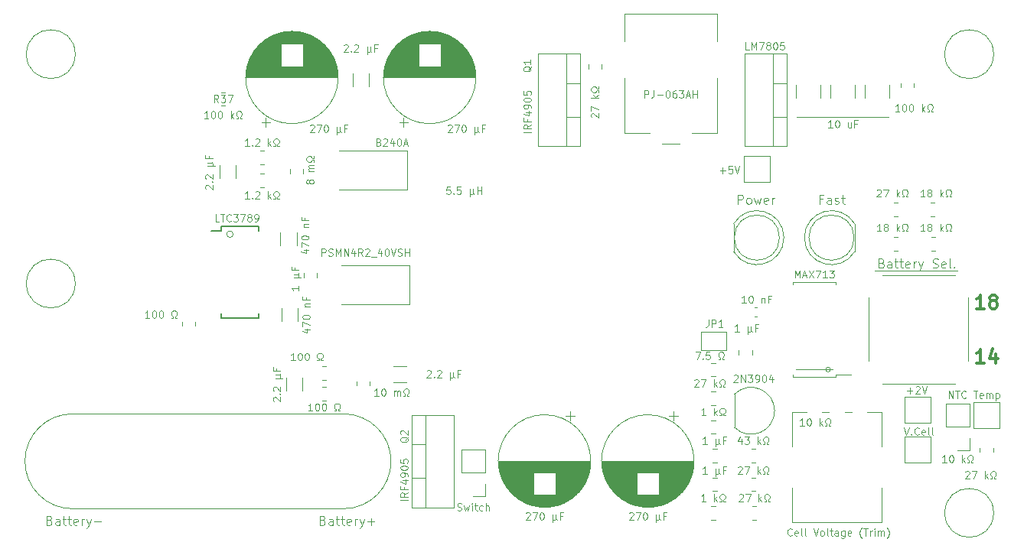
<source format=gbr>
%TF.GenerationSoftware,KiCad,Pcbnew,(5.1.9)-1*%
%TF.CreationDate,2022-12-04T20:34:53-06:00*%
%TF.ProjectId,Battery_Charger_V1,42617474-6572-4795-9f43-686172676572,rev?*%
%TF.SameCoordinates,Original*%
%TF.FileFunction,Legend,Top*%
%TF.FilePolarity,Positive*%
%FSLAX46Y46*%
G04 Gerber Fmt 4.6, Leading zero omitted, Abs format (unit mm)*
G04 Created by KiCad (PCBNEW (5.1.9)-1) date 2022-12-04 20:34:53*
%MOMM*%
%LPD*%
G01*
G04 APERTURE LIST*
%ADD10C,0.120000*%
%ADD11C,0.100000*%
%ADD12C,0.300000*%
%ADD13C,0.150000*%
G04 APERTURE END LIST*
D10*
X184023000Y-112522000D02*
G75*
G03*
X184023000Y-112522000I-254000J0D01*
G01*
X180213000Y-112522000D02*
X184277000Y-112522000D01*
D11*
X192182952Y-118941904D02*
X192449619Y-119741904D01*
X192716285Y-118941904D01*
X192982952Y-119665714D02*
X193021047Y-119703809D01*
X192982952Y-119741904D01*
X192944857Y-119703809D01*
X192982952Y-119665714D01*
X192982952Y-119741904D01*
X193821047Y-119665714D02*
X193782952Y-119703809D01*
X193668666Y-119741904D01*
X193592476Y-119741904D01*
X193478190Y-119703809D01*
X193402000Y-119627619D01*
X193363904Y-119551428D01*
X193325809Y-119399047D01*
X193325809Y-119284761D01*
X193363904Y-119132380D01*
X193402000Y-119056190D01*
X193478190Y-118980000D01*
X193592476Y-118941904D01*
X193668666Y-118941904D01*
X193782952Y-118980000D01*
X193821047Y-119018095D01*
X194468666Y-119703809D02*
X194392476Y-119741904D01*
X194240095Y-119741904D01*
X194163904Y-119703809D01*
X194125809Y-119627619D01*
X194125809Y-119322857D01*
X194163904Y-119246666D01*
X194240095Y-119208571D01*
X194392476Y-119208571D01*
X194468666Y-119246666D01*
X194506761Y-119322857D01*
X194506761Y-119399047D01*
X194125809Y-119475238D01*
X194963904Y-119741904D02*
X194887714Y-119703809D01*
X194849619Y-119627619D01*
X194849619Y-118941904D01*
X195382952Y-119741904D02*
X195306761Y-119703809D01*
X195268666Y-119627619D01*
X195268666Y-118941904D01*
X179769142Y-130841714D02*
X179731047Y-130879809D01*
X179616761Y-130917904D01*
X179540571Y-130917904D01*
X179426285Y-130879809D01*
X179350095Y-130803619D01*
X179312000Y-130727428D01*
X179273904Y-130575047D01*
X179273904Y-130460761D01*
X179312000Y-130308380D01*
X179350095Y-130232190D01*
X179426285Y-130156000D01*
X179540571Y-130117904D01*
X179616761Y-130117904D01*
X179731047Y-130156000D01*
X179769142Y-130194095D01*
X180416761Y-130879809D02*
X180340571Y-130917904D01*
X180188190Y-130917904D01*
X180112000Y-130879809D01*
X180073904Y-130803619D01*
X180073904Y-130498857D01*
X180112000Y-130422666D01*
X180188190Y-130384571D01*
X180340571Y-130384571D01*
X180416761Y-130422666D01*
X180454857Y-130498857D01*
X180454857Y-130575047D01*
X180073904Y-130651238D01*
X180912000Y-130917904D02*
X180835809Y-130879809D01*
X180797714Y-130803619D01*
X180797714Y-130117904D01*
X181331047Y-130917904D02*
X181254857Y-130879809D01*
X181216761Y-130803619D01*
X181216761Y-130117904D01*
X182131047Y-130117904D02*
X182397714Y-130917904D01*
X182664380Y-130117904D01*
X183045333Y-130917904D02*
X182969142Y-130879809D01*
X182931047Y-130841714D01*
X182892952Y-130765523D01*
X182892952Y-130536952D01*
X182931047Y-130460761D01*
X182969142Y-130422666D01*
X183045333Y-130384571D01*
X183159619Y-130384571D01*
X183235809Y-130422666D01*
X183273904Y-130460761D01*
X183312000Y-130536952D01*
X183312000Y-130765523D01*
X183273904Y-130841714D01*
X183235809Y-130879809D01*
X183159619Y-130917904D01*
X183045333Y-130917904D01*
X183769142Y-130917904D02*
X183692952Y-130879809D01*
X183654857Y-130803619D01*
X183654857Y-130117904D01*
X183959619Y-130384571D02*
X184264380Y-130384571D01*
X184073904Y-130117904D02*
X184073904Y-130803619D01*
X184112000Y-130879809D01*
X184188190Y-130917904D01*
X184264380Y-130917904D01*
X184873904Y-130917904D02*
X184873904Y-130498857D01*
X184835809Y-130422666D01*
X184759619Y-130384571D01*
X184607238Y-130384571D01*
X184531047Y-130422666D01*
X184873904Y-130879809D02*
X184797714Y-130917904D01*
X184607238Y-130917904D01*
X184531047Y-130879809D01*
X184492952Y-130803619D01*
X184492952Y-130727428D01*
X184531047Y-130651238D01*
X184607238Y-130613142D01*
X184797714Y-130613142D01*
X184873904Y-130575047D01*
X185597714Y-130384571D02*
X185597714Y-131032190D01*
X185559619Y-131108380D01*
X185521523Y-131146476D01*
X185445333Y-131184571D01*
X185331047Y-131184571D01*
X185254857Y-131146476D01*
X185597714Y-130879809D02*
X185521523Y-130917904D01*
X185369142Y-130917904D01*
X185292952Y-130879809D01*
X185254857Y-130841714D01*
X185216761Y-130765523D01*
X185216761Y-130536952D01*
X185254857Y-130460761D01*
X185292952Y-130422666D01*
X185369142Y-130384571D01*
X185521523Y-130384571D01*
X185597714Y-130422666D01*
X186283428Y-130879809D02*
X186207238Y-130917904D01*
X186054857Y-130917904D01*
X185978666Y-130879809D01*
X185940571Y-130803619D01*
X185940571Y-130498857D01*
X185978666Y-130422666D01*
X186054857Y-130384571D01*
X186207238Y-130384571D01*
X186283428Y-130422666D01*
X186321523Y-130498857D01*
X186321523Y-130575047D01*
X185940571Y-130651238D01*
X187502476Y-131222666D02*
X187464380Y-131184571D01*
X187388190Y-131070285D01*
X187350095Y-130994095D01*
X187312000Y-130879809D01*
X187273904Y-130689333D01*
X187273904Y-130536952D01*
X187312000Y-130346476D01*
X187350095Y-130232190D01*
X187388190Y-130156000D01*
X187464380Y-130041714D01*
X187502476Y-130003619D01*
X187692952Y-130117904D02*
X188150095Y-130117904D01*
X187921523Y-130917904D02*
X187921523Y-130117904D01*
X188416761Y-130917904D02*
X188416761Y-130384571D01*
X188416761Y-130536952D02*
X188454857Y-130460761D01*
X188492952Y-130422666D01*
X188569142Y-130384571D01*
X188645333Y-130384571D01*
X188912000Y-130917904D02*
X188912000Y-130384571D01*
X188912000Y-130117904D02*
X188873904Y-130156000D01*
X188912000Y-130194095D01*
X188950095Y-130156000D01*
X188912000Y-130117904D01*
X188912000Y-130194095D01*
X189292952Y-130917904D02*
X189292952Y-130384571D01*
X189292952Y-130460761D02*
X189331047Y-130422666D01*
X189407238Y-130384571D01*
X189521523Y-130384571D01*
X189597714Y-130422666D01*
X189635809Y-130498857D01*
X189635809Y-130917904D01*
X189635809Y-130498857D02*
X189673904Y-130422666D01*
X189750095Y-130384571D01*
X189864380Y-130384571D01*
X189940571Y-130422666D01*
X189978666Y-130498857D01*
X189978666Y-130917904D01*
X190283428Y-131222666D02*
X190321523Y-131184571D01*
X190397714Y-131070285D01*
X190435809Y-130994095D01*
X190473904Y-130879809D01*
X190512000Y-130689333D01*
X190512000Y-130536952D01*
X190473904Y-130346476D01*
X190435809Y-130232190D01*
X190397714Y-130156000D01*
X190321523Y-130041714D01*
X190283428Y-130003619D01*
X97639523Y-129214571D02*
X97782380Y-129262190D01*
X97830000Y-129309809D01*
X97877619Y-129405047D01*
X97877619Y-129547904D01*
X97830000Y-129643142D01*
X97782380Y-129690761D01*
X97687142Y-129738380D01*
X97306190Y-129738380D01*
X97306190Y-128738380D01*
X97639523Y-128738380D01*
X97734761Y-128786000D01*
X97782380Y-128833619D01*
X97830000Y-128928857D01*
X97830000Y-129024095D01*
X97782380Y-129119333D01*
X97734761Y-129166952D01*
X97639523Y-129214571D01*
X97306190Y-129214571D01*
X98734761Y-129738380D02*
X98734761Y-129214571D01*
X98687142Y-129119333D01*
X98591904Y-129071714D01*
X98401428Y-129071714D01*
X98306190Y-129119333D01*
X98734761Y-129690761D02*
X98639523Y-129738380D01*
X98401428Y-129738380D01*
X98306190Y-129690761D01*
X98258571Y-129595523D01*
X98258571Y-129500285D01*
X98306190Y-129405047D01*
X98401428Y-129357428D01*
X98639523Y-129357428D01*
X98734761Y-129309809D01*
X99068095Y-129071714D02*
X99449047Y-129071714D01*
X99210952Y-128738380D02*
X99210952Y-129595523D01*
X99258571Y-129690761D01*
X99353809Y-129738380D01*
X99449047Y-129738380D01*
X99639523Y-129071714D02*
X100020476Y-129071714D01*
X99782380Y-128738380D02*
X99782380Y-129595523D01*
X99830000Y-129690761D01*
X99925238Y-129738380D01*
X100020476Y-129738380D01*
X100734761Y-129690761D02*
X100639523Y-129738380D01*
X100449047Y-129738380D01*
X100353809Y-129690761D01*
X100306190Y-129595523D01*
X100306190Y-129214571D01*
X100353809Y-129119333D01*
X100449047Y-129071714D01*
X100639523Y-129071714D01*
X100734761Y-129119333D01*
X100782380Y-129214571D01*
X100782380Y-129309809D01*
X100306190Y-129405047D01*
X101210952Y-129738380D02*
X101210952Y-129071714D01*
X101210952Y-129262190D02*
X101258571Y-129166952D01*
X101306190Y-129119333D01*
X101401428Y-129071714D01*
X101496666Y-129071714D01*
X101734761Y-129071714D02*
X101972857Y-129738380D01*
X102210952Y-129071714D02*
X101972857Y-129738380D01*
X101877619Y-129976476D01*
X101830000Y-130024095D01*
X101734761Y-130071714D01*
X102591904Y-129357428D02*
X103353809Y-129357428D01*
X127865523Y-129214571D02*
X128008380Y-129262190D01*
X128056000Y-129309809D01*
X128103619Y-129405047D01*
X128103619Y-129547904D01*
X128056000Y-129643142D01*
X128008380Y-129690761D01*
X127913142Y-129738380D01*
X127532190Y-129738380D01*
X127532190Y-128738380D01*
X127865523Y-128738380D01*
X127960761Y-128786000D01*
X128008380Y-128833619D01*
X128056000Y-128928857D01*
X128056000Y-129024095D01*
X128008380Y-129119333D01*
X127960761Y-129166952D01*
X127865523Y-129214571D01*
X127532190Y-129214571D01*
X128960761Y-129738380D02*
X128960761Y-129214571D01*
X128913142Y-129119333D01*
X128817904Y-129071714D01*
X128627428Y-129071714D01*
X128532190Y-129119333D01*
X128960761Y-129690761D02*
X128865523Y-129738380D01*
X128627428Y-129738380D01*
X128532190Y-129690761D01*
X128484571Y-129595523D01*
X128484571Y-129500285D01*
X128532190Y-129405047D01*
X128627428Y-129357428D01*
X128865523Y-129357428D01*
X128960761Y-129309809D01*
X129294095Y-129071714D02*
X129675047Y-129071714D01*
X129436952Y-128738380D02*
X129436952Y-129595523D01*
X129484571Y-129690761D01*
X129579809Y-129738380D01*
X129675047Y-129738380D01*
X129865523Y-129071714D02*
X130246476Y-129071714D01*
X130008380Y-128738380D02*
X130008380Y-129595523D01*
X130056000Y-129690761D01*
X130151238Y-129738380D01*
X130246476Y-129738380D01*
X130960761Y-129690761D02*
X130865523Y-129738380D01*
X130675047Y-129738380D01*
X130579809Y-129690761D01*
X130532190Y-129595523D01*
X130532190Y-129214571D01*
X130579809Y-129119333D01*
X130675047Y-129071714D01*
X130865523Y-129071714D01*
X130960761Y-129119333D01*
X131008380Y-129214571D01*
X131008380Y-129309809D01*
X130532190Y-129405047D01*
X131436952Y-129738380D02*
X131436952Y-129071714D01*
X131436952Y-129262190D02*
X131484571Y-129166952D01*
X131532190Y-129119333D01*
X131627428Y-129071714D01*
X131722666Y-129071714D01*
X131960761Y-129071714D02*
X132198857Y-129738380D01*
X132436952Y-129071714D02*
X132198857Y-129738380D01*
X132103619Y-129976476D01*
X132056000Y-130024095D01*
X131960761Y-130071714D01*
X132817904Y-129357428D02*
X133579809Y-129357428D01*
X133198857Y-129738380D02*
X133198857Y-128976476D01*
X192519428Y-114865142D02*
X193128952Y-114865142D01*
X192824190Y-115169904D02*
X192824190Y-114560380D01*
X193471809Y-114446095D02*
X193509904Y-114408000D01*
X193586095Y-114369904D01*
X193776571Y-114369904D01*
X193852761Y-114408000D01*
X193890857Y-114446095D01*
X193928952Y-114522285D01*
X193928952Y-114598476D01*
X193890857Y-114712761D01*
X193433714Y-115169904D01*
X193928952Y-115169904D01*
X194157523Y-114369904D02*
X194424190Y-115169904D01*
X194690857Y-114369904D01*
X197117047Y-115677904D02*
X197117047Y-114877904D01*
X197574190Y-115677904D01*
X197574190Y-114877904D01*
X197840857Y-114877904D02*
X198298000Y-114877904D01*
X198069428Y-115677904D02*
X198069428Y-114877904D01*
X199021809Y-115601714D02*
X198983714Y-115639809D01*
X198869428Y-115677904D01*
X198793238Y-115677904D01*
X198678952Y-115639809D01*
X198602761Y-115563619D01*
X198564666Y-115487428D01*
X198526571Y-115335047D01*
X198526571Y-115220761D01*
X198564666Y-115068380D01*
X198602761Y-114992190D01*
X198678952Y-114916000D01*
X198793238Y-114877904D01*
X198869428Y-114877904D01*
X198983714Y-114916000D01*
X199021809Y-114954095D01*
X199859904Y-114877904D02*
X200317047Y-114877904D01*
X200088476Y-115677904D02*
X200088476Y-114877904D01*
X200888476Y-115639809D02*
X200812285Y-115677904D01*
X200659904Y-115677904D01*
X200583714Y-115639809D01*
X200545619Y-115563619D01*
X200545619Y-115258857D01*
X200583714Y-115182666D01*
X200659904Y-115144571D01*
X200812285Y-115144571D01*
X200888476Y-115182666D01*
X200926571Y-115258857D01*
X200926571Y-115335047D01*
X200545619Y-115411238D01*
X201269428Y-115677904D02*
X201269428Y-115144571D01*
X201269428Y-115220761D02*
X201307523Y-115182666D01*
X201383714Y-115144571D01*
X201498000Y-115144571D01*
X201574190Y-115182666D01*
X201612285Y-115258857D01*
X201612285Y-115677904D01*
X201612285Y-115258857D02*
X201650380Y-115182666D01*
X201726571Y-115144571D01*
X201840857Y-115144571D01*
X201917047Y-115182666D01*
X201955142Y-115258857D01*
X201955142Y-115677904D01*
X202336095Y-115144571D02*
X202336095Y-115944571D01*
X202336095Y-115182666D02*
X202412285Y-115144571D01*
X202564666Y-115144571D01*
X202640857Y-115182666D01*
X202678952Y-115220761D01*
X202717047Y-115296952D01*
X202717047Y-115525523D01*
X202678952Y-115601714D01*
X202640857Y-115639809D01*
X202564666Y-115677904D01*
X202412285Y-115677904D01*
X202336095Y-115639809D01*
X171818428Y-90481142D02*
X172427952Y-90481142D01*
X172123190Y-90785904D02*
X172123190Y-90176380D01*
X173189857Y-89985904D02*
X172808904Y-89985904D01*
X172770809Y-90366857D01*
X172808904Y-90328761D01*
X172885095Y-90290666D01*
X173075571Y-90290666D01*
X173151761Y-90328761D01*
X173189857Y-90366857D01*
X173227952Y-90443047D01*
X173227952Y-90633523D01*
X173189857Y-90709714D01*
X173151761Y-90747809D01*
X173075571Y-90785904D01*
X172885095Y-90785904D01*
X172808904Y-90747809D01*
X172770809Y-90709714D01*
X173456523Y-89985904D02*
X173723190Y-90785904D01*
X173989857Y-89985904D01*
X183150000Y-93654571D02*
X182816666Y-93654571D01*
X182816666Y-94178380D02*
X182816666Y-93178380D01*
X183292857Y-93178380D01*
X184102380Y-94178380D02*
X184102380Y-93654571D01*
X184054761Y-93559333D01*
X183959523Y-93511714D01*
X183769047Y-93511714D01*
X183673809Y-93559333D01*
X184102380Y-94130761D02*
X184007142Y-94178380D01*
X183769047Y-94178380D01*
X183673809Y-94130761D01*
X183626190Y-94035523D01*
X183626190Y-93940285D01*
X183673809Y-93845047D01*
X183769047Y-93797428D01*
X184007142Y-93797428D01*
X184102380Y-93749809D01*
X184530952Y-94130761D02*
X184626190Y-94178380D01*
X184816666Y-94178380D01*
X184911904Y-94130761D01*
X184959523Y-94035523D01*
X184959523Y-93987904D01*
X184911904Y-93892666D01*
X184816666Y-93845047D01*
X184673809Y-93845047D01*
X184578571Y-93797428D01*
X184530952Y-93702190D01*
X184530952Y-93654571D01*
X184578571Y-93559333D01*
X184673809Y-93511714D01*
X184816666Y-93511714D01*
X184911904Y-93559333D01*
X185245238Y-93511714D02*
X185626190Y-93511714D01*
X185388095Y-93178380D02*
X185388095Y-94035523D01*
X185435714Y-94130761D01*
X185530952Y-94178380D01*
X185626190Y-94178380D01*
X173791809Y-94178380D02*
X173791809Y-93178380D01*
X174172761Y-93178380D01*
X174268000Y-93226000D01*
X174315619Y-93273619D01*
X174363238Y-93368857D01*
X174363238Y-93511714D01*
X174315619Y-93606952D01*
X174268000Y-93654571D01*
X174172761Y-93702190D01*
X173791809Y-93702190D01*
X174934666Y-94178380D02*
X174839428Y-94130761D01*
X174791809Y-94083142D01*
X174744190Y-93987904D01*
X174744190Y-93702190D01*
X174791809Y-93606952D01*
X174839428Y-93559333D01*
X174934666Y-93511714D01*
X175077523Y-93511714D01*
X175172761Y-93559333D01*
X175220380Y-93606952D01*
X175268000Y-93702190D01*
X175268000Y-93987904D01*
X175220380Y-94083142D01*
X175172761Y-94130761D01*
X175077523Y-94178380D01*
X174934666Y-94178380D01*
X175601333Y-93511714D02*
X175791809Y-94178380D01*
X175982285Y-93702190D01*
X176172761Y-94178380D01*
X176363238Y-93511714D01*
X177125142Y-94130761D02*
X177029904Y-94178380D01*
X176839428Y-94178380D01*
X176744190Y-94130761D01*
X176696571Y-94035523D01*
X176696571Y-93654571D01*
X176744190Y-93559333D01*
X176839428Y-93511714D01*
X177029904Y-93511714D01*
X177125142Y-93559333D01*
X177172761Y-93654571D01*
X177172761Y-93749809D01*
X176696571Y-93845047D01*
X177601333Y-94178380D02*
X177601333Y-93511714D01*
X177601333Y-93702190D02*
X177648952Y-93606952D01*
X177696571Y-93559333D01*
X177791809Y-93511714D01*
X177887047Y-93511714D01*
D10*
X117961210Y-97536000D02*
G75*
G03*
X117961210Y-97536000I-359210J0D01*
G01*
X190500000Y-84582000D02*
X180340000Y-84582000D01*
D11*
X189690857Y-100728571D02*
X189833714Y-100776190D01*
X189881333Y-100823809D01*
X189928952Y-100919047D01*
X189928952Y-101061904D01*
X189881333Y-101157142D01*
X189833714Y-101204761D01*
X189738476Y-101252380D01*
X189357523Y-101252380D01*
X189357523Y-100252380D01*
X189690857Y-100252380D01*
X189786095Y-100300000D01*
X189833714Y-100347619D01*
X189881333Y-100442857D01*
X189881333Y-100538095D01*
X189833714Y-100633333D01*
X189786095Y-100680952D01*
X189690857Y-100728571D01*
X189357523Y-100728571D01*
X190786095Y-101252380D02*
X190786095Y-100728571D01*
X190738476Y-100633333D01*
X190643238Y-100585714D01*
X190452761Y-100585714D01*
X190357523Y-100633333D01*
X190786095Y-101204761D02*
X190690857Y-101252380D01*
X190452761Y-101252380D01*
X190357523Y-101204761D01*
X190309904Y-101109523D01*
X190309904Y-101014285D01*
X190357523Y-100919047D01*
X190452761Y-100871428D01*
X190690857Y-100871428D01*
X190786095Y-100823809D01*
X191119428Y-100585714D02*
X191500380Y-100585714D01*
X191262285Y-100252380D02*
X191262285Y-101109523D01*
X191309904Y-101204761D01*
X191405142Y-101252380D01*
X191500380Y-101252380D01*
X191690857Y-100585714D02*
X192071809Y-100585714D01*
X191833714Y-100252380D02*
X191833714Y-101109523D01*
X191881333Y-101204761D01*
X191976571Y-101252380D01*
X192071809Y-101252380D01*
X192786095Y-101204761D02*
X192690857Y-101252380D01*
X192500380Y-101252380D01*
X192405142Y-101204761D01*
X192357523Y-101109523D01*
X192357523Y-100728571D01*
X192405142Y-100633333D01*
X192500380Y-100585714D01*
X192690857Y-100585714D01*
X192786095Y-100633333D01*
X192833714Y-100728571D01*
X192833714Y-100823809D01*
X192357523Y-100919047D01*
X193262285Y-101252380D02*
X193262285Y-100585714D01*
X193262285Y-100776190D02*
X193309904Y-100680952D01*
X193357523Y-100633333D01*
X193452761Y-100585714D01*
X193548000Y-100585714D01*
X193786095Y-100585714D02*
X194024190Y-101252380D01*
X194262285Y-100585714D02*
X194024190Y-101252380D01*
X193928952Y-101490476D01*
X193881333Y-101538095D01*
X193786095Y-101585714D01*
X195357523Y-101204761D02*
X195500380Y-101252380D01*
X195738476Y-101252380D01*
X195833714Y-101204761D01*
X195881333Y-101157142D01*
X195928952Y-101061904D01*
X195928952Y-100966666D01*
X195881333Y-100871428D01*
X195833714Y-100823809D01*
X195738476Y-100776190D01*
X195548000Y-100728571D01*
X195452761Y-100680952D01*
X195405142Y-100633333D01*
X195357523Y-100538095D01*
X195357523Y-100442857D01*
X195405142Y-100347619D01*
X195452761Y-100300000D01*
X195548000Y-100252380D01*
X195786095Y-100252380D01*
X195928952Y-100300000D01*
X196738476Y-101204761D02*
X196643238Y-101252380D01*
X196452761Y-101252380D01*
X196357523Y-101204761D01*
X196309904Y-101109523D01*
X196309904Y-100728571D01*
X196357523Y-100633333D01*
X196452761Y-100585714D01*
X196643238Y-100585714D01*
X196738476Y-100633333D01*
X196786095Y-100728571D01*
X196786095Y-100823809D01*
X196309904Y-100919047D01*
X197357523Y-101252380D02*
X197262285Y-101204761D01*
X197214666Y-101109523D01*
X197214666Y-100252380D01*
X197738476Y-101157142D02*
X197786095Y-101204761D01*
X197738476Y-101252380D01*
X197690857Y-101204761D01*
X197738476Y-101157142D01*
X197738476Y-101252380D01*
X188976571Y-101550000D02*
X189738476Y-101550000D01*
X189738476Y-101550000D02*
X190500380Y-101550000D01*
X190500380Y-101550000D02*
X191262285Y-101550000D01*
X191262285Y-101550000D02*
X192024190Y-101550000D01*
X192024190Y-101550000D02*
X192786095Y-101550000D01*
X192786095Y-101550000D02*
X193548000Y-101550000D01*
X193548000Y-101550000D02*
X194309904Y-101550000D01*
X194309904Y-101550000D02*
X195071809Y-101550000D01*
X195071809Y-101550000D02*
X195833714Y-101550000D01*
X195833714Y-101550000D02*
X196595619Y-101550000D01*
X196595619Y-101550000D02*
X197357523Y-101550000D01*
X197357523Y-101550000D02*
X198119428Y-101550000D01*
D12*
X201072785Y-111803571D02*
X200215642Y-111803571D01*
X200644214Y-111803571D02*
X200644214Y-110303571D01*
X200501357Y-110517857D01*
X200358500Y-110660714D01*
X200215642Y-110732142D01*
X202358500Y-110803571D02*
X202358500Y-111803571D01*
X202001357Y-110232142D02*
X201644214Y-111303571D01*
X202572785Y-111303571D01*
X201072785Y-105771071D02*
X200215642Y-105771071D01*
X200644214Y-105771071D02*
X200644214Y-104271071D01*
X200501357Y-104485357D01*
X200358500Y-104628214D01*
X200215642Y-104699642D01*
X201929928Y-104913928D02*
X201787071Y-104842500D01*
X201715642Y-104771071D01*
X201644214Y-104628214D01*
X201644214Y-104556785D01*
X201715642Y-104413928D01*
X201787071Y-104342500D01*
X201929928Y-104271071D01*
X202215642Y-104271071D01*
X202358500Y-104342500D01*
X202429928Y-104413928D01*
X202501357Y-104556785D01*
X202501357Y-104628214D01*
X202429928Y-104771071D01*
X202358500Y-104842500D01*
X202215642Y-104913928D01*
X201929928Y-104913928D01*
X201787071Y-104985357D01*
X201715642Y-105056785D01*
X201644214Y-105199642D01*
X201644214Y-105485357D01*
X201715642Y-105628214D01*
X201787071Y-105699642D01*
X201929928Y-105771071D01*
X202215642Y-105771071D01*
X202358500Y-105699642D01*
X202429928Y-105628214D01*
X202501357Y-105485357D01*
X202501357Y-105199642D01*
X202429928Y-105056785D01*
X202358500Y-104985357D01*
X202215642Y-104913928D01*
D10*
%TO.C,SW1*%
X199302000Y-111577000D02*
X199302000Y-104577000D01*
X188302000Y-111577000D02*
X188302000Y-104577000D01*
X189802000Y-102077000D02*
X197802000Y-102077000D01*
X197802000Y-114077000D02*
X189802000Y-114077000D01*
%TO.C,C23*%
X121085000Y-85156646D02*
X122085000Y-85156646D01*
X121585000Y-85656646D02*
X121585000Y-84656646D01*
X123861000Y-75096000D02*
X125059000Y-75096000D01*
X123598000Y-75136000D02*
X125322000Y-75136000D01*
X123398000Y-75176000D02*
X125522000Y-75176000D01*
X123230000Y-75216000D02*
X125690000Y-75216000D01*
X123082000Y-75256000D02*
X125838000Y-75256000D01*
X122950000Y-75296000D02*
X125970000Y-75296000D01*
X122830000Y-75336000D02*
X126090000Y-75336000D01*
X122718000Y-75376000D02*
X126202000Y-75376000D01*
X122614000Y-75416000D02*
X126306000Y-75416000D01*
X122516000Y-75456000D02*
X126404000Y-75456000D01*
X122423000Y-75496000D02*
X126497000Y-75496000D01*
X122335000Y-75536000D02*
X126585000Y-75536000D01*
X122251000Y-75576000D02*
X126669000Y-75576000D01*
X122171000Y-75616000D02*
X126749000Y-75616000D01*
X122095000Y-75656000D02*
X126825000Y-75656000D01*
X122021000Y-75696000D02*
X126899000Y-75696000D01*
X121950000Y-75736000D02*
X126970000Y-75736000D01*
X121881000Y-75776000D02*
X127039000Y-75776000D01*
X121815000Y-75816000D02*
X127105000Y-75816000D01*
X121751000Y-75856000D02*
X127169000Y-75856000D01*
X121690000Y-75896000D02*
X127230000Y-75896000D01*
X121630000Y-75936000D02*
X127290000Y-75936000D01*
X121571000Y-75976000D02*
X127349000Y-75976000D01*
X121515000Y-76016000D02*
X127405000Y-76016000D01*
X121460000Y-76056000D02*
X127460000Y-76056000D01*
X121406000Y-76096000D02*
X127514000Y-76096000D01*
X121354000Y-76136000D02*
X127566000Y-76136000D01*
X121304000Y-76176000D02*
X127616000Y-76176000D01*
X121254000Y-76216000D02*
X127666000Y-76216000D01*
X121206000Y-76256000D02*
X127714000Y-76256000D01*
X121159000Y-76296000D02*
X127761000Y-76296000D01*
X121113000Y-76336000D02*
X127807000Y-76336000D01*
X121068000Y-76376000D02*
X127852000Y-76376000D01*
X121024000Y-76416000D02*
X127896000Y-76416000D01*
X125701000Y-76456000D02*
X127938000Y-76456000D01*
X120982000Y-76456000D02*
X123219000Y-76456000D01*
X125701000Y-76496000D02*
X127980000Y-76496000D01*
X120940000Y-76496000D02*
X123219000Y-76496000D01*
X125701000Y-76536000D02*
X128021000Y-76536000D01*
X120899000Y-76536000D02*
X123219000Y-76536000D01*
X125701000Y-76576000D02*
X128061000Y-76576000D01*
X120859000Y-76576000D02*
X123219000Y-76576000D01*
X125701000Y-76616000D02*
X128100000Y-76616000D01*
X120820000Y-76616000D02*
X123219000Y-76616000D01*
X125701000Y-76656000D02*
X128139000Y-76656000D01*
X120781000Y-76656000D02*
X123219000Y-76656000D01*
X125701000Y-76696000D02*
X128176000Y-76696000D01*
X120744000Y-76696000D02*
X123219000Y-76696000D01*
X125701000Y-76736000D02*
X128213000Y-76736000D01*
X120707000Y-76736000D02*
X123219000Y-76736000D01*
X125701000Y-76776000D02*
X128249000Y-76776000D01*
X120671000Y-76776000D02*
X123219000Y-76776000D01*
X125701000Y-76816000D02*
X128284000Y-76816000D01*
X120636000Y-76816000D02*
X123219000Y-76816000D01*
X125701000Y-76856000D02*
X128318000Y-76856000D01*
X120602000Y-76856000D02*
X123219000Y-76856000D01*
X125701000Y-76896000D02*
X128352000Y-76896000D01*
X120568000Y-76896000D02*
X123219000Y-76896000D01*
X125701000Y-76936000D02*
X128385000Y-76936000D01*
X120535000Y-76936000D02*
X123219000Y-76936000D01*
X125701000Y-76976000D02*
X128417000Y-76976000D01*
X120503000Y-76976000D02*
X123219000Y-76976000D01*
X125701000Y-77016000D02*
X128449000Y-77016000D01*
X120471000Y-77016000D02*
X123219000Y-77016000D01*
X125701000Y-77056000D02*
X128480000Y-77056000D01*
X120440000Y-77056000D02*
X123219000Y-77056000D01*
X125701000Y-77096000D02*
X128510000Y-77096000D01*
X120410000Y-77096000D02*
X123219000Y-77096000D01*
X125701000Y-77136000D02*
X128540000Y-77136000D01*
X120380000Y-77136000D02*
X123219000Y-77136000D01*
X125701000Y-77176000D02*
X128570000Y-77176000D01*
X120350000Y-77176000D02*
X123219000Y-77176000D01*
X125701000Y-77216000D02*
X128598000Y-77216000D01*
X120322000Y-77216000D02*
X123219000Y-77216000D01*
X125701000Y-77256000D02*
X128626000Y-77256000D01*
X120294000Y-77256000D02*
X123219000Y-77256000D01*
X125701000Y-77296000D02*
X128654000Y-77296000D01*
X120266000Y-77296000D02*
X123219000Y-77296000D01*
X125701000Y-77336000D02*
X128681000Y-77336000D01*
X120239000Y-77336000D02*
X123219000Y-77336000D01*
X125701000Y-77376000D02*
X128707000Y-77376000D01*
X120213000Y-77376000D02*
X123219000Y-77376000D01*
X125701000Y-77416000D02*
X128733000Y-77416000D01*
X120187000Y-77416000D02*
X123219000Y-77416000D01*
X125701000Y-77456000D02*
X128758000Y-77456000D01*
X120162000Y-77456000D02*
X123219000Y-77456000D01*
X125701000Y-77496000D02*
X128783000Y-77496000D01*
X120137000Y-77496000D02*
X123219000Y-77496000D01*
X125701000Y-77536000D02*
X128807000Y-77536000D01*
X120113000Y-77536000D02*
X123219000Y-77536000D01*
X125701000Y-77576000D02*
X128831000Y-77576000D01*
X120089000Y-77576000D02*
X123219000Y-77576000D01*
X125701000Y-77616000D02*
X128855000Y-77616000D01*
X120065000Y-77616000D02*
X123219000Y-77616000D01*
X125701000Y-77656000D02*
X128877000Y-77656000D01*
X120043000Y-77656000D02*
X123219000Y-77656000D01*
X125701000Y-77696000D02*
X128900000Y-77696000D01*
X120020000Y-77696000D02*
X123219000Y-77696000D01*
X125701000Y-77736000D02*
X128922000Y-77736000D01*
X119998000Y-77736000D02*
X123219000Y-77736000D01*
X125701000Y-77776000D02*
X128943000Y-77776000D01*
X119977000Y-77776000D02*
X123219000Y-77776000D01*
X125701000Y-77816000D02*
X128964000Y-77816000D01*
X119956000Y-77816000D02*
X123219000Y-77816000D01*
X125701000Y-77856000D02*
X128985000Y-77856000D01*
X119935000Y-77856000D02*
X123219000Y-77856000D01*
X125701000Y-77896000D02*
X129005000Y-77896000D01*
X119915000Y-77896000D02*
X123219000Y-77896000D01*
X125701000Y-77936000D02*
X129024000Y-77936000D01*
X119896000Y-77936000D02*
X123219000Y-77936000D01*
X125701000Y-77976000D02*
X129044000Y-77976000D01*
X119876000Y-77976000D02*
X123219000Y-77976000D01*
X125701000Y-78016000D02*
X129063000Y-78016000D01*
X119857000Y-78016000D02*
X123219000Y-78016000D01*
X125701000Y-78056000D02*
X129081000Y-78056000D01*
X119839000Y-78056000D02*
X123219000Y-78056000D01*
X125701000Y-78096000D02*
X129099000Y-78096000D01*
X119821000Y-78096000D02*
X123219000Y-78096000D01*
X125701000Y-78136000D02*
X129117000Y-78136000D01*
X119803000Y-78136000D02*
X123219000Y-78136000D01*
X125701000Y-78176000D02*
X129134000Y-78176000D01*
X119786000Y-78176000D02*
X123219000Y-78176000D01*
X125701000Y-78216000D02*
X129150000Y-78216000D01*
X119770000Y-78216000D02*
X123219000Y-78216000D01*
X125701000Y-78256000D02*
X129167000Y-78256000D01*
X119753000Y-78256000D02*
X123219000Y-78256000D01*
X125701000Y-78296000D02*
X129183000Y-78296000D01*
X119737000Y-78296000D02*
X123219000Y-78296000D01*
X125701000Y-78336000D02*
X129198000Y-78336000D01*
X119722000Y-78336000D02*
X123219000Y-78336000D01*
X125701000Y-78376000D02*
X129214000Y-78376000D01*
X119706000Y-78376000D02*
X123219000Y-78376000D01*
X125701000Y-78416000D02*
X129228000Y-78416000D01*
X119692000Y-78416000D02*
X123219000Y-78416000D01*
X125701000Y-78456000D02*
X129243000Y-78456000D01*
X119677000Y-78456000D02*
X123219000Y-78456000D01*
X125701000Y-78496000D02*
X129257000Y-78496000D01*
X119663000Y-78496000D02*
X123219000Y-78496000D01*
X125701000Y-78536000D02*
X129271000Y-78536000D01*
X119649000Y-78536000D02*
X123219000Y-78536000D01*
X125701000Y-78576000D02*
X129284000Y-78576000D01*
X119636000Y-78576000D02*
X123219000Y-78576000D01*
X125701000Y-78616000D02*
X129297000Y-78616000D01*
X119623000Y-78616000D02*
X123219000Y-78616000D01*
X125701000Y-78656000D02*
X129310000Y-78656000D01*
X119610000Y-78656000D02*
X123219000Y-78656000D01*
X125701000Y-78696000D02*
X129322000Y-78696000D01*
X119598000Y-78696000D02*
X123219000Y-78696000D01*
X125701000Y-78736000D02*
X129334000Y-78736000D01*
X119586000Y-78736000D02*
X123219000Y-78736000D01*
X125701000Y-78776000D02*
X129345000Y-78776000D01*
X119575000Y-78776000D02*
X123219000Y-78776000D01*
X125701000Y-78816000D02*
X129357000Y-78816000D01*
X119563000Y-78816000D02*
X123219000Y-78816000D01*
X125701000Y-78856000D02*
X129367000Y-78856000D01*
X119553000Y-78856000D02*
X123219000Y-78856000D01*
X125701000Y-78896000D02*
X129378000Y-78896000D01*
X119542000Y-78896000D02*
X123219000Y-78896000D01*
X119532000Y-78936000D02*
X129388000Y-78936000D01*
X119522000Y-78976000D02*
X129398000Y-78976000D01*
X119513000Y-79016000D02*
X129407000Y-79016000D01*
X119504000Y-79056000D02*
X129416000Y-79056000D01*
X119495000Y-79096000D02*
X129425000Y-79096000D01*
X119486000Y-79136000D02*
X129434000Y-79136000D01*
X119478000Y-79176000D02*
X129442000Y-79176000D01*
X119470000Y-79216000D02*
X129450000Y-79216000D01*
X119463000Y-79256000D02*
X129457000Y-79256000D01*
X119456000Y-79296000D02*
X129464000Y-79296000D01*
X119449000Y-79336000D02*
X129471000Y-79336000D01*
X119442000Y-79376000D02*
X129478000Y-79376000D01*
X119436000Y-79416000D02*
X129484000Y-79416000D01*
X119430000Y-79456000D02*
X129490000Y-79456000D01*
X119425000Y-79497000D02*
X129495000Y-79497000D01*
X119420000Y-79537000D02*
X129500000Y-79537000D01*
X119415000Y-79577000D02*
X129505000Y-79577000D01*
X119410000Y-79617000D02*
X129510000Y-79617000D01*
X119406000Y-79657000D02*
X129514000Y-79657000D01*
X119402000Y-79697000D02*
X129518000Y-79697000D01*
X119398000Y-79737000D02*
X129522000Y-79737000D01*
X119395000Y-79777000D02*
X129525000Y-79777000D01*
X119392000Y-79817000D02*
X129528000Y-79817000D01*
X119390000Y-79857000D02*
X129530000Y-79857000D01*
X119387000Y-79897000D02*
X129533000Y-79897000D01*
X119385000Y-79937000D02*
X129535000Y-79937000D01*
X119383000Y-79977000D02*
X129537000Y-79977000D01*
X119382000Y-80017000D02*
X129538000Y-80017000D01*
X119381000Y-80057000D02*
X129539000Y-80057000D01*
X119380000Y-80097000D02*
X129540000Y-80097000D01*
X119380000Y-80137000D02*
X129540000Y-80137000D01*
X119380000Y-80177000D02*
X129540000Y-80177000D01*
X129580000Y-80177000D02*
G75*
G03*
X129580000Y-80177000I-5120000J0D01*
G01*
%TO.C,R37*%
X116612936Y-81815000D02*
X117067064Y-81815000D01*
X116612936Y-83285000D02*
X117067064Y-83285000D01*
%TO.C,BT1*%
X130175000Y-117432000D02*
X100175000Y-117432000D01*
X100175000Y-127932000D02*
X130175000Y-127932000D01*
X100175000Y-117432000D02*
G75*
G03*
X100175000Y-127932000I0J-5250000D01*
G01*
X130175000Y-127932000D02*
G75*
G03*
X130175000Y-117432000I0J5250000D01*
G01*
%TO.C,C3*%
X175914267Y-105662000D02*
X175621733Y-105662000D01*
X175914267Y-106682000D02*
X175621733Y-106682000D01*
%TO.C,C5*%
X124989000Y-98793752D02*
X124989000Y-97371248D01*
X123169000Y-98793752D02*
X123169000Y-97371248D01*
%TO.C,C6*%
X125116000Y-107175752D02*
X125116000Y-105753248D01*
X123296000Y-107175752D02*
X123296000Y-105753248D01*
%TO.C,C7*%
X127227000Y-101846748D02*
X127227000Y-102369252D01*
X125757000Y-101846748D02*
X125757000Y-102369252D01*
%TO.C,C9*%
X175360000Y-110878252D02*
X175360000Y-110355748D01*
X173890000Y-110878252D02*
X173890000Y-110355748D01*
%TO.C,C10*%
X170956248Y-122782000D02*
X171478752Y-122782000D01*
X170956248Y-121312000D02*
X171478752Y-121312000D01*
%TO.C,C11*%
X170956248Y-125957000D02*
X171478752Y-125957000D01*
X170956248Y-124487000D02*
X171478752Y-124487000D01*
%TO.C,C12*%
X131170000Y-81140752D02*
X131170000Y-79718248D01*
X132990000Y-81140752D02*
X132990000Y-79718248D01*
%TO.C,C13*%
X116438000Y-91350752D02*
X116438000Y-89928248D01*
X118258000Y-91350752D02*
X118258000Y-89928248D01*
%TO.C,C14*%
X125624000Y-113461748D02*
X125624000Y-114884252D01*
X123804000Y-113461748D02*
X123804000Y-114884252D01*
%TO.C,C15*%
X135725248Y-113940000D02*
X137147752Y-113940000D01*
X135725248Y-112120000D02*
X137147752Y-112120000D01*
%TO.C,C17*%
X187870000Y-80988248D02*
X187870000Y-82410752D01*
X190590000Y-80988248D02*
X190590000Y-82410752D01*
%TO.C,C18*%
X186780000Y-80988248D02*
X186780000Y-82410752D01*
X184060000Y-80988248D02*
X184060000Y-82410752D01*
%TO.C,C19*%
X182970000Y-80988248D02*
X182970000Y-82410752D01*
X180250000Y-80988248D02*
X180250000Y-82410752D01*
%TO.C,C22*%
X144820000Y-80177000D02*
G75*
G03*
X144820000Y-80177000I-5120000J0D01*
G01*
X134620000Y-80177000D02*
X144780000Y-80177000D01*
X134620000Y-80137000D02*
X144780000Y-80137000D01*
X134620000Y-80097000D02*
X144780000Y-80097000D01*
X134621000Y-80057000D02*
X144779000Y-80057000D01*
X134622000Y-80017000D02*
X144778000Y-80017000D01*
X134623000Y-79977000D02*
X144777000Y-79977000D01*
X134625000Y-79937000D02*
X144775000Y-79937000D01*
X134627000Y-79897000D02*
X144773000Y-79897000D01*
X134630000Y-79857000D02*
X144770000Y-79857000D01*
X134632000Y-79817000D02*
X144768000Y-79817000D01*
X134635000Y-79777000D02*
X144765000Y-79777000D01*
X134638000Y-79737000D02*
X144762000Y-79737000D01*
X134642000Y-79697000D02*
X144758000Y-79697000D01*
X134646000Y-79657000D02*
X144754000Y-79657000D01*
X134650000Y-79617000D02*
X144750000Y-79617000D01*
X134655000Y-79577000D02*
X144745000Y-79577000D01*
X134660000Y-79537000D02*
X144740000Y-79537000D01*
X134665000Y-79497000D02*
X144735000Y-79497000D01*
X134670000Y-79456000D02*
X144730000Y-79456000D01*
X134676000Y-79416000D02*
X144724000Y-79416000D01*
X134682000Y-79376000D02*
X144718000Y-79376000D01*
X134689000Y-79336000D02*
X144711000Y-79336000D01*
X134696000Y-79296000D02*
X144704000Y-79296000D01*
X134703000Y-79256000D02*
X144697000Y-79256000D01*
X134710000Y-79216000D02*
X144690000Y-79216000D01*
X134718000Y-79176000D02*
X144682000Y-79176000D01*
X134726000Y-79136000D02*
X144674000Y-79136000D01*
X134735000Y-79096000D02*
X144665000Y-79096000D01*
X134744000Y-79056000D02*
X144656000Y-79056000D01*
X134753000Y-79016000D02*
X144647000Y-79016000D01*
X134762000Y-78976000D02*
X144638000Y-78976000D01*
X134772000Y-78936000D02*
X144628000Y-78936000D01*
X134782000Y-78896000D02*
X138459000Y-78896000D01*
X140941000Y-78896000D02*
X144618000Y-78896000D01*
X134793000Y-78856000D02*
X138459000Y-78856000D01*
X140941000Y-78856000D02*
X144607000Y-78856000D01*
X134803000Y-78816000D02*
X138459000Y-78816000D01*
X140941000Y-78816000D02*
X144597000Y-78816000D01*
X134815000Y-78776000D02*
X138459000Y-78776000D01*
X140941000Y-78776000D02*
X144585000Y-78776000D01*
X134826000Y-78736000D02*
X138459000Y-78736000D01*
X140941000Y-78736000D02*
X144574000Y-78736000D01*
X134838000Y-78696000D02*
X138459000Y-78696000D01*
X140941000Y-78696000D02*
X144562000Y-78696000D01*
X134850000Y-78656000D02*
X138459000Y-78656000D01*
X140941000Y-78656000D02*
X144550000Y-78656000D01*
X134863000Y-78616000D02*
X138459000Y-78616000D01*
X140941000Y-78616000D02*
X144537000Y-78616000D01*
X134876000Y-78576000D02*
X138459000Y-78576000D01*
X140941000Y-78576000D02*
X144524000Y-78576000D01*
X134889000Y-78536000D02*
X138459000Y-78536000D01*
X140941000Y-78536000D02*
X144511000Y-78536000D01*
X134903000Y-78496000D02*
X138459000Y-78496000D01*
X140941000Y-78496000D02*
X144497000Y-78496000D01*
X134917000Y-78456000D02*
X138459000Y-78456000D01*
X140941000Y-78456000D02*
X144483000Y-78456000D01*
X134932000Y-78416000D02*
X138459000Y-78416000D01*
X140941000Y-78416000D02*
X144468000Y-78416000D01*
X134946000Y-78376000D02*
X138459000Y-78376000D01*
X140941000Y-78376000D02*
X144454000Y-78376000D01*
X134962000Y-78336000D02*
X138459000Y-78336000D01*
X140941000Y-78336000D02*
X144438000Y-78336000D01*
X134977000Y-78296000D02*
X138459000Y-78296000D01*
X140941000Y-78296000D02*
X144423000Y-78296000D01*
X134993000Y-78256000D02*
X138459000Y-78256000D01*
X140941000Y-78256000D02*
X144407000Y-78256000D01*
X135010000Y-78216000D02*
X138459000Y-78216000D01*
X140941000Y-78216000D02*
X144390000Y-78216000D01*
X135026000Y-78176000D02*
X138459000Y-78176000D01*
X140941000Y-78176000D02*
X144374000Y-78176000D01*
X135043000Y-78136000D02*
X138459000Y-78136000D01*
X140941000Y-78136000D02*
X144357000Y-78136000D01*
X135061000Y-78096000D02*
X138459000Y-78096000D01*
X140941000Y-78096000D02*
X144339000Y-78096000D01*
X135079000Y-78056000D02*
X138459000Y-78056000D01*
X140941000Y-78056000D02*
X144321000Y-78056000D01*
X135097000Y-78016000D02*
X138459000Y-78016000D01*
X140941000Y-78016000D02*
X144303000Y-78016000D01*
X135116000Y-77976000D02*
X138459000Y-77976000D01*
X140941000Y-77976000D02*
X144284000Y-77976000D01*
X135136000Y-77936000D02*
X138459000Y-77936000D01*
X140941000Y-77936000D02*
X144264000Y-77936000D01*
X135155000Y-77896000D02*
X138459000Y-77896000D01*
X140941000Y-77896000D02*
X144245000Y-77896000D01*
X135175000Y-77856000D02*
X138459000Y-77856000D01*
X140941000Y-77856000D02*
X144225000Y-77856000D01*
X135196000Y-77816000D02*
X138459000Y-77816000D01*
X140941000Y-77816000D02*
X144204000Y-77816000D01*
X135217000Y-77776000D02*
X138459000Y-77776000D01*
X140941000Y-77776000D02*
X144183000Y-77776000D01*
X135238000Y-77736000D02*
X138459000Y-77736000D01*
X140941000Y-77736000D02*
X144162000Y-77736000D01*
X135260000Y-77696000D02*
X138459000Y-77696000D01*
X140941000Y-77696000D02*
X144140000Y-77696000D01*
X135283000Y-77656000D02*
X138459000Y-77656000D01*
X140941000Y-77656000D02*
X144117000Y-77656000D01*
X135305000Y-77616000D02*
X138459000Y-77616000D01*
X140941000Y-77616000D02*
X144095000Y-77616000D01*
X135329000Y-77576000D02*
X138459000Y-77576000D01*
X140941000Y-77576000D02*
X144071000Y-77576000D01*
X135353000Y-77536000D02*
X138459000Y-77536000D01*
X140941000Y-77536000D02*
X144047000Y-77536000D01*
X135377000Y-77496000D02*
X138459000Y-77496000D01*
X140941000Y-77496000D02*
X144023000Y-77496000D01*
X135402000Y-77456000D02*
X138459000Y-77456000D01*
X140941000Y-77456000D02*
X143998000Y-77456000D01*
X135427000Y-77416000D02*
X138459000Y-77416000D01*
X140941000Y-77416000D02*
X143973000Y-77416000D01*
X135453000Y-77376000D02*
X138459000Y-77376000D01*
X140941000Y-77376000D02*
X143947000Y-77376000D01*
X135479000Y-77336000D02*
X138459000Y-77336000D01*
X140941000Y-77336000D02*
X143921000Y-77336000D01*
X135506000Y-77296000D02*
X138459000Y-77296000D01*
X140941000Y-77296000D02*
X143894000Y-77296000D01*
X135534000Y-77256000D02*
X138459000Y-77256000D01*
X140941000Y-77256000D02*
X143866000Y-77256000D01*
X135562000Y-77216000D02*
X138459000Y-77216000D01*
X140941000Y-77216000D02*
X143838000Y-77216000D01*
X135590000Y-77176000D02*
X138459000Y-77176000D01*
X140941000Y-77176000D02*
X143810000Y-77176000D01*
X135620000Y-77136000D02*
X138459000Y-77136000D01*
X140941000Y-77136000D02*
X143780000Y-77136000D01*
X135650000Y-77096000D02*
X138459000Y-77096000D01*
X140941000Y-77096000D02*
X143750000Y-77096000D01*
X135680000Y-77056000D02*
X138459000Y-77056000D01*
X140941000Y-77056000D02*
X143720000Y-77056000D01*
X135711000Y-77016000D02*
X138459000Y-77016000D01*
X140941000Y-77016000D02*
X143689000Y-77016000D01*
X135743000Y-76976000D02*
X138459000Y-76976000D01*
X140941000Y-76976000D02*
X143657000Y-76976000D01*
X135775000Y-76936000D02*
X138459000Y-76936000D01*
X140941000Y-76936000D02*
X143625000Y-76936000D01*
X135808000Y-76896000D02*
X138459000Y-76896000D01*
X140941000Y-76896000D02*
X143592000Y-76896000D01*
X135842000Y-76856000D02*
X138459000Y-76856000D01*
X140941000Y-76856000D02*
X143558000Y-76856000D01*
X135876000Y-76816000D02*
X138459000Y-76816000D01*
X140941000Y-76816000D02*
X143524000Y-76816000D01*
X135911000Y-76776000D02*
X138459000Y-76776000D01*
X140941000Y-76776000D02*
X143489000Y-76776000D01*
X135947000Y-76736000D02*
X138459000Y-76736000D01*
X140941000Y-76736000D02*
X143453000Y-76736000D01*
X135984000Y-76696000D02*
X138459000Y-76696000D01*
X140941000Y-76696000D02*
X143416000Y-76696000D01*
X136021000Y-76656000D02*
X138459000Y-76656000D01*
X140941000Y-76656000D02*
X143379000Y-76656000D01*
X136060000Y-76616000D02*
X138459000Y-76616000D01*
X140941000Y-76616000D02*
X143340000Y-76616000D01*
X136099000Y-76576000D02*
X138459000Y-76576000D01*
X140941000Y-76576000D02*
X143301000Y-76576000D01*
X136139000Y-76536000D02*
X138459000Y-76536000D01*
X140941000Y-76536000D02*
X143261000Y-76536000D01*
X136180000Y-76496000D02*
X138459000Y-76496000D01*
X140941000Y-76496000D02*
X143220000Y-76496000D01*
X136222000Y-76456000D02*
X138459000Y-76456000D01*
X140941000Y-76456000D02*
X143178000Y-76456000D01*
X136264000Y-76416000D02*
X143136000Y-76416000D01*
X136308000Y-76376000D02*
X143092000Y-76376000D01*
X136353000Y-76336000D02*
X143047000Y-76336000D01*
X136399000Y-76296000D02*
X143001000Y-76296000D01*
X136446000Y-76256000D02*
X142954000Y-76256000D01*
X136494000Y-76216000D02*
X142906000Y-76216000D01*
X136544000Y-76176000D02*
X142856000Y-76176000D01*
X136594000Y-76136000D02*
X142806000Y-76136000D01*
X136646000Y-76096000D02*
X142754000Y-76096000D01*
X136700000Y-76056000D02*
X142700000Y-76056000D01*
X136755000Y-76016000D02*
X142645000Y-76016000D01*
X136811000Y-75976000D02*
X142589000Y-75976000D01*
X136870000Y-75936000D02*
X142530000Y-75936000D01*
X136930000Y-75896000D02*
X142470000Y-75896000D01*
X136991000Y-75856000D02*
X142409000Y-75856000D01*
X137055000Y-75816000D02*
X142345000Y-75816000D01*
X137121000Y-75776000D02*
X142279000Y-75776000D01*
X137190000Y-75736000D02*
X142210000Y-75736000D01*
X137261000Y-75696000D02*
X142139000Y-75696000D01*
X137335000Y-75656000D02*
X142065000Y-75656000D01*
X137411000Y-75616000D02*
X141989000Y-75616000D01*
X137491000Y-75576000D02*
X141909000Y-75576000D01*
X137575000Y-75536000D02*
X141825000Y-75536000D01*
X137663000Y-75496000D02*
X141737000Y-75496000D01*
X137756000Y-75456000D02*
X141644000Y-75456000D01*
X137854000Y-75416000D02*
X141546000Y-75416000D01*
X137958000Y-75376000D02*
X141442000Y-75376000D01*
X138070000Y-75336000D02*
X141330000Y-75336000D01*
X138190000Y-75296000D02*
X141210000Y-75296000D01*
X138322000Y-75256000D02*
X141078000Y-75256000D01*
X138470000Y-75216000D02*
X140930000Y-75216000D01*
X138638000Y-75176000D02*
X140762000Y-75176000D01*
X138838000Y-75136000D02*
X140562000Y-75136000D01*
X139101000Y-75096000D02*
X140299000Y-75096000D01*
X136825000Y-85656646D02*
X136825000Y-84656646D01*
X136325000Y-85156646D02*
X137325000Y-85156646D01*
%TO.C,C24*%
X167205000Y-117662354D02*
X166205000Y-117662354D01*
X166705000Y-117162354D02*
X166705000Y-118162354D01*
X164429000Y-127723000D02*
X163231000Y-127723000D01*
X164692000Y-127683000D02*
X162968000Y-127683000D01*
X164892000Y-127643000D02*
X162768000Y-127643000D01*
X165060000Y-127603000D02*
X162600000Y-127603000D01*
X165208000Y-127563000D02*
X162452000Y-127563000D01*
X165340000Y-127523000D02*
X162320000Y-127523000D01*
X165460000Y-127483000D02*
X162200000Y-127483000D01*
X165572000Y-127443000D02*
X162088000Y-127443000D01*
X165676000Y-127403000D02*
X161984000Y-127403000D01*
X165774000Y-127363000D02*
X161886000Y-127363000D01*
X165867000Y-127323000D02*
X161793000Y-127323000D01*
X165955000Y-127283000D02*
X161705000Y-127283000D01*
X166039000Y-127243000D02*
X161621000Y-127243000D01*
X166119000Y-127203000D02*
X161541000Y-127203000D01*
X166195000Y-127163000D02*
X161465000Y-127163000D01*
X166269000Y-127123000D02*
X161391000Y-127123000D01*
X166340000Y-127083000D02*
X161320000Y-127083000D01*
X166409000Y-127043000D02*
X161251000Y-127043000D01*
X166475000Y-127003000D02*
X161185000Y-127003000D01*
X166539000Y-126963000D02*
X161121000Y-126963000D01*
X166600000Y-126923000D02*
X161060000Y-126923000D01*
X166660000Y-126883000D02*
X161000000Y-126883000D01*
X166719000Y-126843000D02*
X160941000Y-126843000D01*
X166775000Y-126803000D02*
X160885000Y-126803000D01*
X166830000Y-126763000D02*
X160830000Y-126763000D01*
X166884000Y-126723000D02*
X160776000Y-126723000D01*
X166936000Y-126683000D02*
X160724000Y-126683000D01*
X166986000Y-126643000D02*
X160674000Y-126643000D01*
X167036000Y-126603000D02*
X160624000Y-126603000D01*
X167084000Y-126563000D02*
X160576000Y-126563000D01*
X167131000Y-126523000D02*
X160529000Y-126523000D01*
X167177000Y-126483000D02*
X160483000Y-126483000D01*
X167222000Y-126443000D02*
X160438000Y-126443000D01*
X167266000Y-126403000D02*
X160394000Y-126403000D01*
X162589000Y-126363000D02*
X160352000Y-126363000D01*
X167308000Y-126363000D02*
X165071000Y-126363000D01*
X162589000Y-126323000D02*
X160310000Y-126323000D01*
X167350000Y-126323000D02*
X165071000Y-126323000D01*
X162589000Y-126283000D02*
X160269000Y-126283000D01*
X167391000Y-126283000D02*
X165071000Y-126283000D01*
X162589000Y-126243000D02*
X160229000Y-126243000D01*
X167431000Y-126243000D02*
X165071000Y-126243000D01*
X162589000Y-126203000D02*
X160190000Y-126203000D01*
X167470000Y-126203000D02*
X165071000Y-126203000D01*
X162589000Y-126163000D02*
X160151000Y-126163000D01*
X167509000Y-126163000D02*
X165071000Y-126163000D01*
X162589000Y-126123000D02*
X160114000Y-126123000D01*
X167546000Y-126123000D02*
X165071000Y-126123000D01*
X162589000Y-126083000D02*
X160077000Y-126083000D01*
X167583000Y-126083000D02*
X165071000Y-126083000D01*
X162589000Y-126043000D02*
X160041000Y-126043000D01*
X167619000Y-126043000D02*
X165071000Y-126043000D01*
X162589000Y-126003000D02*
X160006000Y-126003000D01*
X167654000Y-126003000D02*
X165071000Y-126003000D01*
X162589000Y-125963000D02*
X159972000Y-125963000D01*
X167688000Y-125963000D02*
X165071000Y-125963000D01*
X162589000Y-125923000D02*
X159938000Y-125923000D01*
X167722000Y-125923000D02*
X165071000Y-125923000D01*
X162589000Y-125883000D02*
X159905000Y-125883000D01*
X167755000Y-125883000D02*
X165071000Y-125883000D01*
X162589000Y-125843000D02*
X159873000Y-125843000D01*
X167787000Y-125843000D02*
X165071000Y-125843000D01*
X162589000Y-125803000D02*
X159841000Y-125803000D01*
X167819000Y-125803000D02*
X165071000Y-125803000D01*
X162589000Y-125763000D02*
X159810000Y-125763000D01*
X167850000Y-125763000D02*
X165071000Y-125763000D01*
X162589000Y-125723000D02*
X159780000Y-125723000D01*
X167880000Y-125723000D02*
X165071000Y-125723000D01*
X162589000Y-125683000D02*
X159750000Y-125683000D01*
X167910000Y-125683000D02*
X165071000Y-125683000D01*
X162589000Y-125643000D02*
X159720000Y-125643000D01*
X167940000Y-125643000D02*
X165071000Y-125643000D01*
X162589000Y-125603000D02*
X159692000Y-125603000D01*
X167968000Y-125603000D02*
X165071000Y-125603000D01*
X162589000Y-125563000D02*
X159664000Y-125563000D01*
X167996000Y-125563000D02*
X165071000Y-125563000D01*
X162589000Y-125523000D02*
X159636000Y-125523000D01*
X168024000Y-125523000D02*
X165071000Y-125523000D01*
X162589000Y-125483000D02*
X159609000Y-125483000D01*
X168051000Y-125483000D02*
X165071000Y-125483000D01*
X162589000Y-125443000D02*
X159583000Y-125443000D01*
X168077000Y-125443000D02*
X165071000Y-125443000D01*
X162589000Y-125403000D02*
X159557000Y-125403000D01*
X168103000Y-125403000D02*
X165071000Y-125403000D01*
X162589000Y-125363000D02*
X159532000Y-125363000D01*
X168128000Y-125363000D02*
X165071000Y-125363000D01*
X162589000Y-125323000D02*
X159507000Y-125323000D01*
X168153000Y-125323000D02*
X165071000Y-125323000D01*
X162589000Y-125283000D02*
X159483000Y-125283000D01*
X168177000Y-125283000D02*
X165071000Y-125283000D01*
X162589000Y-125243000D02*
X159459000Y-125243000D01*
X168201000Y-125243000D02*
X165071000Y-125243000D01*
X162589000Y-125203000D02*
X159435000Y-125203000D01*
X168225000Y-125203000D02*
X165071000Y-125203000D01*
X162589000Y-125163000D02*
X159413000Y-125163000D01*
X168247000Y-125163000D02*
X165071000Y-125163000D01*
X162589000Y-125123000D02*
X159390000Y-125123000D01*
X168270000Y-125123000D02*
X165071000Y-125123000D01*
X162589000Y-125083000D02*
X159368000Y-125083000D01*
X168292000Y-125083000D02*
X165071000Y-125083000D01*
X162589000Y-125043000D02*
X159347000Y-125043000D01*
X168313000Y-125043000D02*
X165071000Y-125043000D01*
X162589000Y-125003000D02*
X159326000Y-125003000D01*
X168334000Y-125003000D02*
X165071000Y-125003000D01*
X162589000Y-124963000D02*
X159305000Y-124963000D01*
X168355000Y-124963000D02*
X165071000Y-124963000D01*
X162589000Y-124923000D02*
X159285000Y-124923000D01*
X168375000Y-124923000D02*
X165071000Y-124923000D01*
X162589000Y-124883000D02*
X159266000Y-124883000D01*
X168394000Y-124883000D02*
X165071000Y-124883000D01*
X162589000Y-124843000D02*
X159246000Y-124843000D01*
X168414000Y-124843000D02*
X165071000Y-124843000D01*
X162589000Y-124803000D02*
X159227000Y-124803000D01*
X168433000Y-124803000D02*
X165071000Y-124803000D01*
X162589000Y-124763000D02*
X159209000Y-124763000D01*
X168451000Y-124763000D02*
X165071000Y-124763000D01*
X162589000Y-124723000D02*
X159191000Y-124723000D01*
X168469000Y-124723000D02*
X165071000Y-124723000D01*
X162589000Y-124683000D02*
X159173000Y-124683000D01*
X168487000Y-124683000D02*
X165071000Y-124683000D01*
X162589000Y-124643000D02*
X159156000Y-124643000D01*
X168504000Y-124643000D02*
X165071000Y-124643000D01*
X162589000Y-124603000D02*
X159140000Y-124603000D01*
X168520000Y-124603000D02*
X165071000Y-124603000D01*
X162589000Y-124563000D02*
X159123000Y-124563000D01*
X168537000Y-124563000D02*
X165071000Y-124563000D01*
X162589000Y-124523000D02*
X159107000Y-124523000D01*
X168553000Y-124523000D02*
X165071000Y-124523000D01*
X162589000Y-124483000D02*
X159092000Y-124483000D01*
X168568000Y-124483000D02*
X165071000Y-124483000D01*
X162589000Y-124443000D02*
X159076000Y-124443000D01*
X168584000Y-124443000D02*
X165071000Y-124443000D01*
X162589000Y-124403000D02*
X159062000Y-124403000D01*
X168598000Y-124403000D02*
X165071000Y-124403000D01*
X162589000Y-124363000D02*
X159047000Y-124363000D01*
X168613000Y-124363000D02*
X165071000Y-124363000D01*
X162589000Y-124323000D02*
X159033000Y-124323000D01*
X168627000Y-124323000D02*
X165071000Y-124323000D01*
X162589000Y-124283000D02*
X159019000Y-124283000D01*
X168641000Y-124283000D02*
X165071000Y-124283000D01*
X162589000Y-124243000D02*
X159006000Y-124243000D01*
X168654000Y-124243000D02*
X165071000Y-124243000D01*
X162589000Y-124203000D02*
X158993000Y-124203000D01*
X168667000Y-124203000D02*
X165071000Y-124203000D01*
X162589000Y-124163000D02*
X158980000Y-124163000D01*
X168680000Y-124163000D02*
X165071000Y-124163000D01*
X162589000Y-124123000D02*
X158968000Y-124123000D01*
X168692000Y-124123000D02*
X165071000Y-124123000D01*
X162589000Y-124083000D02*
X158956000Y-124083000D01*
X168704000Y-124083000D02*
X165071000Y-124083000D01*
X162589000Y-124043000D02*
X158945000Y-124043000D01*
X168715000Y-124043000D02*
X165071000Y-124043000D01*
X162589000Y-124003000D02*
X158933000Y-124003000D01*
X168727000Y-124003000D02*
X165071000Y-124003000D01*
X162589000Y-123963000D02*
X158923000Y-123963000D01*
X168737000Y-123963000D02*
X165071000Y-123963000D01*
X162589000Y-123923000D02*
X158912000Y-123923000D01*
X168748000Y-123923000D02*
X165071000Y-123923000D01*
X168758000Y-123883000D02*
X158902000Y-123883000D01*
X168768000Y-123843000D02*
X158892000Y-123843000D01*
X168777000Y-123803000D02*
X158883000Y-123803000D01*
X168786000Y-123763000D02*
X158874000Y-123763000D01*
X168795000Y-123723000D02*
X158865000Y-123723000D01*
X168804000Y-123683000D02*
X158856000Y-123683000D01*
X168812000Y-123643000D02*
X158848000Y-123643000D01*
X168820000Y-123603000D02*
X158840000Y-123603000D01*
X168827000Y-123563000D02*
X158833000Y-123563000D01*
X168834000Y-123523000D02*
X158826000Y-123523000D01*
X168841000Y-123483000D02*
X158819000Y-123483000D01*
X168848000Y-123443000D02*
X158812000Y-123443000D01*
X168854000Y-123403000D02*
X158806000Y-123403000D01*
X168860000Y-123363000D02*
X158800000Y-123363000D01*
X168865000Y-123322000D02*
X158795000Y-123322000D01*
X168870000Y-123282000D02*
X158790000Y-123282000D01*
X168875000Y-123242000D02*
X158785000Y-123242000D01*
X168880000Y-123202000D02*
X158780000Y-123202000D01*
X168884000Y-123162000D02*
X158776000Y-123162000D01*
X168888000Y-123122000D02*
X158772000Y-123122000D01*
X168892000Y-123082000D02*
X158768000Y-123082000D01*
X168895000Y-123042000D02*
X158765000Y-123042000D01*
X168898000Y-123002000D02*
X158762000Y-123002000D01*
X168900000Y-122962000D02*
X158760000Y-122962000D01*
X168903000Y-122922000D02*
X158757000Y-122922000D01*
X168905000Y-122882000D02*
X158755000Y-122882000D01*
X168907000Y-122842000D02*
X158753000Y-122842000D01*
X168908000Y-122802000D02*
X158752000Y-122802000D01*
X168909000Y-122762000D02*
X158751000Y-122762000D01*
X168910000Y-122722000D02*
X158750000Y-122722000D01*
X168910000Y-122682000D02*
X158750000Y-122682000D01*
X168910000Y-122642000D02*
X158750000Y-122642000D01*
X168950000Y-122642000D02*
G75*
G03*
X168950000Y-122642000I-5120000J0D01*
G01*
%TO.C,C25*%
X157520000Y-122642000D02*
G75*
G03*
X157520000Y-122642000I-5120000J0D01*
G01*
X157480000Y-122642000D02*
X147320000Y-122642000D01*
X157480000Y-122682000D02*
X147320000Y-122682000D01*
X157480000Y-122722000D02*
X147320000Y-122722000D01*
X157479000Y-122762000D02*
X147321000Y-122762000D01*
X157478000Y-122802000D02*
X147322000Y-122802000D01*
X157477000Y-122842000D02*
X147323000Y-122842000D01*
X157475000Y-122882000D02*
X147325000Y-122882000D01*
X157473000Y-122922000D02*
X147327000Y-122922000D01*
X157470000Y-122962000D02*
X147330000Y-122962000D01*
X157468000Y-123002000D02*
X147332000Y-123002000D01*
X157465000Y-123042000D02*
X147335000Y-123042000D01*
X157462000Y-123082000D02*
X147338000Y-123082000D01*
X157458000Y-123122000D02*
X147342000Y-123122000D01*
X157454000Y-123162000D02*
X147346000Y-123162000D01*
X157450000Y-123202000D02*
X147350000Y-123202000D01*
X157445000Y-123242000D02*
X147355000Y-123242000D01*
X157440000Y-123282000D02*
X147360000Y-123282000D01*
X157435000Y-123322000D02*
X147365000Y-123322000D01*
X157430000Y-123363000D02*
X147370000Y-123363000D01*
X157424000Y-123403000D02*
X147376000Y-123403000D01*
X157418000Y-123443000D02*
X147382000Y-123443000D01*
X157411000Y-123483000D02*
X147389000Y-123483000D01*
X157404000Y-123523000D02*
X147396000Y-123523000D01*
X157397000Y-123563000D02*
X147403000Y-123563000D01*
X157390000Y-123603000D02*
X147410000Y-123603000D01*
X157382000Y-123643000D02*
X147418000Y-123643000D01*
X157374000Y-123683000D02*
X147426000Y-123683000D01*
X157365000Y-123723000D02*
X147435000Y-123723000D01*
X157356000Y-123763000D02*
X147444000Y-123763000D01*
X157347000Y-123803000D02*
X147453000Y-123803000D01*
X157338000Y-123843000D02*
X147462000Y-123843000D01*
X157328000Y-123883000D02*
X147472000Y-123883000D01*
X157318000Y-123923000D02*
X153641000Y-123923000D01*
X151159000Y-123923000D02*
X147482000Y-123923000D01*
X157307000Y-123963000D02*
X153641000Y-123963000D01*
X151159000Y-123963000D02*
X147493000Y-123963000D01*
X157297000Y-124003000D02*
X153641000Y-124003000D01*
X151159000Y-124003000D02*
X147503000Y-124003000D01*
X157285000Y-124043000D02*
X153641000Y-124043000D01*
X151159000Y-124043000D02*
X147515000Y-124043000D01*
X157274000Y-124083000D02*
X153641000Y-124083000D01*
X151159000Y-124083000D02*
X147526000Y-124083000D01*
X157262000Y-124123000D02*
X153641000Y-124123000D01*
X151159000Y-124123000D02*
X147538000Y-124123000D01*
X157250000Y-124163000D02*
X153641000Y-124163000D01*
X151159000Y-124163000D02*
X147550000Y-124163000D01*
X157237000Y-124203000D02*
X153641000Y-124203000D01*
X151159000Y-124203000D02*
X147563000Y-124203000D01*
X157224000Y-124243000D02*
X153641000Y-124243000D01*
X151159000Y-124243000D02*
X147576000Y-124243000D01*
X157211000Y-124283000D02*
X153641000Y-124283000D01*
X151159000Y-124283000D02*
X147589000Y-124283000D01*
X157197000Y-124323000D02*
X153641000Y-124323000D01*
X151159000Y-124323000D02*
X147603000Y-124323000D01*
X157183000Y-124363000D02*
X153641000Y-124363000D01*
X151159000Y-124363000D02*
X147617000Y-124363000D01*
X157168000Y-124403000D02*
X153641000Y-124403000D01*
X151159000Y-124403000D02*
X147632000Y-124403000D01*
X157154000Y-124443000D02*
X153641000Y-124443000D01*
X151159000Y-124443000D02*
X147646000Y-124443000D01*
X157138000Y-124483000D02*
X153641000Y-124483000D01*
X151159000Y-124483000D02*
X147662000Y-124483000D01*
X157123000Y-124523000D02*
X153641000Y-124523000D01*
X151159000Y-124523000D02*
X147677000Y-124523000D01*
X157107000Y-124563000D02*
X153641000Y-124563000D01*
X151159000Y-124563000D02*
X147693000Y-124563000D01*
X157090000Y-124603000D02*
X153641000Y-124603000D01*
X151159000Y-124603000D02*
X147710000Y-124603000D01*
X157074000Y-124643000D02*
X153641000Y-124643000D01*
X151159000Y-124643000D02*
X147726000Y-124643000D01*
X157057000Y-124683000D02*
X153641000Y-124683000D01*
X151159000Y-124683000D02*
X147743000Y-124683000D01*
X157039000Y-124723000D02*
X153641000Y-124723000D01*
X151159000Y-124723000D02*
X147761000Y-124723000D01*
X157021000Y-124763000D02*
X153641000Y-124763000D01*
X151159000Y-124763000D02*
X147779000Y-124763000D01*
X157003000Y-124803000D02*
X153641000Y-124803000D01*
X151159000Y-124803000D02*
X147797000Y-124803000D01*
X156984000Y-124843000D02*
X153641000Y-124843000D01*
X151159000Y-124843000D02*
X147816000Y-124843000D01*
X156964000Y-124883000D02*
X153641000Y-124883000D01*
X151159000Y-124883000D02*
X147836000Y-124883000D01*
X156945000Y-124923000D02*
X153641000Y-124923000D01*
X151159000Y-124923000D02*
X147855000Y-124923000D01*
X156925000Y-124963000D02*
X153641000Y-124963000D01*
X151159000Y-124963000D02*
X147875000Y-124963000D01*
X156904000Y-125003000D02*
X153641000Y-125003000D01*
X151159000Y-125003000D02*
X147896000Y-125003000D01*
X156883000Y-125043000D02*
X153641000Y-125043000D01*
X151159000Y-125043000D02*
X147917000Y-125043000D01*
X156862000Y-125083000D02*
X153641000Y-125083000D01*
X151159000Y-125083000D02*
X147938000Y-125083000D01*
X156840000Y-125123000D02*
X153641000Y-125123000D01*
X151159000Y-125123000D02*
X147960000Y-125123000D01*
X156817000Y-125163000D02*
X153641000Y-125163000D01*
X151159000Y-125163000D02*
X147983000Y-125163000D01*
X156795000Y-125203000D02*
X153641000Y-125203000D01*
X151159000Y-125203000D02*
X148005000Y-125203000D01*
X156771000Y-125243000D02*
X153641000Y-125243000D01*
X151159000Y-125243000D02*
X148029000Y-125243000D01*
X156747000Y-125283000D02*
X153641000Y-125283000D01*
X151159000Y-125283000D02*
X148053000Y-125283000D01*
X156723000Y-125323000D02*
X153641000Y-125323000D01*
X151159000Y-125323000D02*
X148077000Y-125323000D01*
X156698000Y-125363000D02*
X153641000Y-125363000D01*
X151159000Y-125363000D02*
X148102000Y-125363000D01*
X156673000Y-125403000D02*
X153641000Y-125403000D01*
X151159000Y-125403000D02*
X148127000Y-125403000D01*
X156647000Y-125443000D02*
X153641000Y-125443000D01*
X151159000Y-125443000D02*
X148153000Y-125443000D01*
X156621000Y-125483000D02*
X153641000Y-125483000D01*
X151159000Y-125483000D02*
X148179000Y-125483000D01*
X156594000Y-125523000D02*
X153641000Y-125523000D01*
X151159000Y-125523000D02*
X148206000Y-125523000D01*
X156566000Y-125563000D02*
X153641000Y-125563000D01*
X151159000Y-125563000D02*
X148234000Y-125563000D01*
X156538000Y-125603000D02*
X153641000Y-125603000D01*
X151159000Y-125603000D02*
X148262000Y-125603000D01*
X156510000Y-125643000D02*
X153641000Y-125643000D01*
X151159000Y-125643000D02*
X148290000Y-125643000D01*
X156480000Y-125683000D02*
X153641000Y-125683000D01*
X151159000Y-125683000D02*
X148320000Y-125683000D01*
X156450000Y-125723000D02*
X153641000Y-125723000D01*
X151159000Y-125723000D02*
X148350000Y-125723000D01*
X156420000Y-125763000D02*
X153641000Y-125763000D01*
X151159000Y-125763000D02*
X148380000Y-125763000D01*
X156389000Y-125803000D02*
X153641000Y-125803000D01*
X151159000Y-125803000D02*
X148411000Y-125803000D01*
X156357000Y-125843000D02*
X153641000Y-125843000D01*
X151159000Y-125843000D02*
X148443000Y-125843000D01*
X156325000Y-125883000D02*
X153641000Y-125883000D01*
X151159000Y-125883000D02*
X148475000Y-125883000D01*
X156292000Y-125923000D02*
X153641000Y-125923000D01*
X151159000Y-125923000D02*
X148508000Y-125923000D01*
X156258000Y-125963000D02*
X153641000Y-125963000D01*
X151159000Y-125963000D02*
X148542000Y-125963000D01*
X156224000Y-126003000D02*
X153641000Y-126003000D01*
X151159000Y-126003000D02*
X148576000Y-126003000D01*
X156189000Y-126043000D02*
X153641000Y-126043000D01*
X151159000Y-126043000D02*
X148611000Y-126043000D01*
X156153000Y-126083000D02*
X153641000Y-126083000D01*
X151159000Y-126083000D02*
X148647000Y-126083000D01*
X156116000Y-126123000D02*
X153641000Y-126123000D01*
X151159000Y-126123000D02*
X148684000Y-126123000D01*
X156079000Y-126163000D02*
X153641000Y-126163000D01*
X151159000Y-126163000D02*
X148721000Y-126163000D01*
X156040000Y-126203000D02*
X153641000Y-126203000D01*
X151159000Y-126203000D02*
X148760000Y-126203000D01*
X156001000Y-126243000D02*
X153641000Y-126243000D01*
X151159000Y-126243000D02*
X148799000Y-126243000D01*
X155961000Y-126283000D02*
X153641000Y-126283000D01*
X151159000Y-126283000D02*
X148839000Y-126283000D01*
X155920000Y-126323000D02*
X153641000Y-126323000D01*
X151159000Y-126323000D02*
X148880000Y-126323000D01*
X155878000Y-126363000D02*
X153641000Y-126363000D01*
X151159000Y-126363000D02*
X148922000Y-126363000D01*
X155836000Y-126403000D02*
X148964000Y-126403000D01*
X155792000Y-126443000D02*
X149008000Y-126443000D01*
X155747000Y-126483000D02*
X149053000Y-126483000D01*
X155701000Y-126523000D02*
X149099000Y-126523000D01*
X155654000Y-126563000D02*
X149146000Y-126563000D01*
X155606000Y-126603000D02*
X149194000Y-126603000D01*
X155556000Y-126643000D02*
X149244000Y-126643000D01*
X155506000Y-126683000D02*
X149294000Y-126683000D01*
X155454000Y-126723000D02*
X149346000Y-126723000D01*
X155400000Y-126763000D02*
X149400000Y-126763000D01*
X155345000Y-126803000D02*
X149455000Y-126803000D01*
X155289000Y-126843000D02*
X149511000Y-126843000D01*
X155230000Y-126883000D02*
X149570000Y-126883000D01*
X155170000Y-126923000D02*
X149630000Y-126923000D01*
X155109000Y-126963000D02*
X149691000Y-126963000D01*
X155045000Y-127003000D02*
X149755000Y-127003000D01*
X154979000Y-127043000D02*
X149821000Y-127043000D01*
X154910000Y-127083000D02*
X149890000Y-127083000D01*
X154839000Y-127123000D02*
X149961000Y-127123000D01*
X154765000Y-127163000D02*
X150035000Y-127163000D01*
X154689000Y-127203000D02*
X150111000Y-127203000D01*
X154609000Y-127243000D02*
X150191000Y-127243000D01*
X154525000Y-127283000D02*
X150275000Y-127283000D01*
X154437000Y-127323000D02*
X150363000Y-127323000D01*
X154344000Y-127363000D02*
X150456000Y-127363000D01*
X154246000Y-127403000D02*
X150554000Y-127403000D01*
X154142000Y-127443000D02*
X150658000Y-127443000D01*
X154030000Y-127483000D02*
X150770000Y-127483000D01*
X153910000Y-127523000D02*
X150890000Y-127523000D01*
X153778000Y-127563000D02*
X151022000Y-127563000D01*
X153630000Y-127603000D02*
X151170000Y-127603000D01*
X153462000Y-127643000D02*
X151338000Y-127643000D01*
X153262000Y-127683000D02*
X151538000Y-127683000D01*
X152999000Y-127723000D02*
X151801000Y-127723000D01*
X155275000Y-117162354D02*
X155275000Y-118162354D01*
X155775000Y-117662354D02*
X154775000Y-117662354D01*
%TO.C,D1*%
X178395000Y-97917000D02*
G75*
G03*
X178395000Y-97917000I-2500000J0D01*
G01*
X173335000Y-96372000D02*
X173335000Y-99462000D01*
X178885000Y-97917462D02*
G75*
G03*
X173335000Y-96372170I-2990000J462D01*
G01*
X178885000Y-97916538D02*
G75*
G02*
X173335000Y-99461830I-2990000J-462D01*
G01*
%TO.C,D2*%
X186710000Y-99462000D02*
X186710000Y-96372000D01*
X186650000Y-97917000D02*
G75*
G03*
X186650000Y-97917000I-2500000J0D01*
G01*
X181160000Y-97917462D02*
G75*
G02*
X186710000Y-96372170I2990000J462D01*
G01*
X181160000Y-97916538D02*
G75*
G03*
X186710000Y-99461830I2990000J-462D01*
G01*
%TO.C,D6*%
X137184000Y-92574000D02*
X129634000Y-92574000D01*
X137184000Y-88274000D02*
X129634000Y-88274000D01*
X137184000Y-92574000D02*
X137184000Y-88274000D01*
%TO.C,D8*%
X137438000Y-105274000D02*
X137438000Y-100974000D01*
X137438000Y-100974000D02*
X129888000Y-100974000D01*
X137438000Y-105274000D02*
X129888000Y-105274000D01*
%TO.C,J1*%
X171480000Y-80267000D02*
X171480000Y-86327000D01*
X171480000Y-86327000D02*
X168670000Y-86327000D01*
X164070000Y-86327000D02*
X161260000Y-86327000D01*
X161260000Y-86327000D02*
X161260000Y-80267000D01*
X161260000Y-76167000D02*
X161260000Y-73107000D01*
X161260000Y-73107000D02*
X171480000Y-73107000D01*
X171480000Y-73107000D02*
X171480000Y-76167000D01*
X167370000Y-87517000D02*
X165370000Y-87517000D01*
%TO.C,J2*%
X145856000Y-121352000D02*
X143196000Y-121352000D01*
X145856000Y-123952000D02*
X145856000Y-121352000D01*
X143196000Y-123952000D02*
X143196000Y-121352000D01*
X145856000Y-123952000D02*
X143196000Y-123952000D01*
X145856000Y-125222000D02*
X145856000Y-126552000D01*
X145856000Y-126552000D02*
X144526000Y-126552000D01*
%TO.C,J3*%
X202090000Y-77597000D02*
G75*
G03*
X202090000Y-77597000I-2700000J0D01*
G01*
%TO.C,J4*%
X202090000Y-128397000D02*
G75*
G03*
X202090000Y-128397000I-2700000J0D01*
G01*
%TO.C,J5*%
X100490000Y-77597000D02*
G75*
G03*
X100490000Y-77597000I-2700000J0D01*
G01*
%TO.C,J6*%
X100490000Y-102997000D02*
G75*
G03*
X100490000Y-102997000I-2700000J0D01*
G01*
%TO.C,JP1*%
X169684000Y-110347000D02*
X169684000Y-108347000D01*
X172484000Y-110347000D02*
X169684000Y-110347000D01*
X172484000Y-108347000D02*
X172484000Y-110347000D01*
X169684000Y-108347000D02*
X172484000Y-108347000D01*
%TO.C,Q1*%
X156305000Y-77557000D02*
X156305000Y-87797000D01*
X151664000Y-77557000D02*
X151664000Y-87797000D01*
X156305000Y-77557000D02*
X151664000Y-77557000D01*
X156305000Y-87797000D02*
X151664000Y-87797000D01*
X154795000Y-77557000D02*
X154795000Y-87797000D01*
X156305000Y-80827000D02*
X154795000Y-80827000D01*
X156305000Y-84528000D02*
X154795000Y-84528000D01*
%TO.C,Q2*%
X137700000Y-127802000D02*
X137700000Y-117562000D01*
X142341000Y-127802000D02*
X142341000Y-117562000D01*
X137700000Y-127802000D02*
X142341000Y-127802000D01*
X137700000Y-117562000D02*
X142341000Y-117562000D01*
X139210000Y-127802000D02*
X139210000Y-117562000D01*
X137700000Y-124532000D02*
X139210000Y-124532000D01*
X137700000Y-120831000D02*
X139210000Y-120831000D01*
%TO.C,Q7*%
X173410000Y-115294000D02*
X173410000Y-118894000D01*
X173421522Y-115255522D02*
G75*
G02*
X177860000Y-117094000I1838478J-1838478D01*
G01*
X173421522Y-118932478D02*
G75*
G03*
X177860000Y-117094000I1838478J1838478D01*
G01*
%TO.C,R1*%
X124233000Y-90339936D02*
X124233000Y-90794064D01*
X125703000Y-90339936D02*
X125703000Y-90794064D01*
%TO.C,R2*%
X133069000Y-113834936D02*
X133069000Y-114289064D01*
X131599000Y-113834936D02*
X131599000Y-114289064D01*
%TO.C,R8*%
X171312064Y-111787000D02*
X170857936Y-111787000D01*
X171312064Y-113257000D02*
X170857936Y-113257000D01*
%TO.C,R9*%
X112295000Y-107230936D02*
X112295000Y-107685064D01*
X113765000Y-107230936D02*
X113765000Y-107685064D01*
%TO.C,R10*%
X128243064Y-113638000D02*
X127788936Y-113638000D01*
X128243064Y-112168000D02*
X127788936Y-112168000D01*
%TO.C,R11*%
X128243064Y-114454000D02*
X127788936Y-114454000D01*
X128243064Y-115924000D02*
X127788936Y-115924000D01*
%TO.C,R12*%
X171312064Y-119607000D02*
X170857936Y-119607000D01*
X171312064Y-118137000D02*
X170857936Y-118137000D01*
%TO.C,R13*%
X171312064Y-129132000D02*
X170857936Y-129132000D01*
X171312064Y-127662000D02*
X170857936Y-127662000D01*
%TO.C,R14*%
X121385064Y-92302000D02*
X120930936Y-92302000D01*
X121385064Y-90832000D02*
X120930936Y-90832000D01*
%TO.C,R15*%
X121385064Y-88292000D02*
X120930936Y-88292000D01*
X121385064Y-89762000D02*
X120930936Y-89762000D01*
%TO.C,R20*%
X195569064Y-95540500D02*
X195114936Y-95540500D01*
X195569064Y-94070500D02*
X195114936Y-94070500D01*
%TO.C,R21*%
X195209936Y-99350500D02*
X195664064Y-99350500D01*
X195209936Y-97880500D02*
X195664064Y-97880500D01*
%TO.C,R22*%
X191034936Y-97880500D02*
X191489064Y-97880500D01*
X191034936Y-99350500D02*
X191489064Y-99350500D01*
%TO.C,R23*%
X158723000Y-78750936D02*
X158723000Y-79205064D01*
X157253000Y-78750936D02*
X157253000Y-79205064D01*
%TO.C,R24*%
X175852064Y-129132000D02*
X175397936Y-129132000D01*
X175852064Y-127662000D02*
X175397936Y-127662000D01*
%TO.C,R25*%
X175757064Y-124487000D02*
X175302936Y-124487000D01*
X175757064Y-125957000D02*
X175302936Y-125957000D01*
%TO.C,R26*%
X200560000Y-121184936D02*
X200560000Y-121639064D01*
X202030000Y-121184936D02*
X202030000Y-121639064D01*
%TO.C,R27*%
X191034936Y-95540500D02*
X191489064Y-95540500D01*
X191034936Y-94070500D02*
X191489064Y-94070500D01*
%TO.C,R29*%
X171312064Y-116432000D02*
X170857936Y-116432000D01*
X171312064Y-114962000D02*
X170857936Y-114962000D01*
%TO.C,R30*%
X175302936Y-122782000D02*
X175757064Y-122782000D01*
X175302936Y-121312000D02*
X175757064Y-121312000D01*
%TO.C,R31*%
X191797000Y-81269064D02*
X191797000Y-80814936D01*
X193267000Y-81269064D02*
X193267000Y-80814936D01*
%TO.C,RV1*%
X189715000Y-117212000D02*
X189715000Y-121077000D01*
X189715000Y-125587000D02*
X189715000Y-129452000D01*
X179775000Y-117212000D02*
X179775000Y-121077000D01*
X179775000Y-125587000D02*
X179775000Y-129452000D01*
X189715000Y-117212000D02*
X188116000Y-117212000D01*
X186374000Y-117212000D02*
X185615000Y-117212000D01*
X183874000Y-117212000D02*
X183115000Y-117212000D01*
X181375000Y-117212000D02*
X179775000Y-117212000D01*
X189715000Y-129452000D02*
X179775000Y-129452000D01*
%TO.C,TH1*%
X199450000Y-121472000D02*
X198120000Y-121472000D01*
X199450000Y-120142000D02*
X199450000Y-121472000D01*
X199450000Y-118872000D02*
X196790000Y-118872000D01*
X196790000Y-118872000D02*
X196790000Y-116272000D01*
X199450000Y-118872000D02*
X199450000Y-116272000D01*
X199450000Y-116272000D02*
X196790000Y-116272000D01*
%TO.C,TP1*%
X174445000Y-88847000D02*
X177345000Y-88847000D01*
X177345000Y-88847000D02*
X177345000Y-91747000D01*
X177345000Y-91747000D02*
X174445000Y-91747000D01*
X174445000Y-91747000D02*
X174445000Y-88847000D01*
%TO.C,TP2*%
X195125000Y-118417000D02*
X192225000Y-118417000D01*
X195125000Y-115517000D02*
X195125000Y-118417000D01*
X192225000Y-115517000D02*
X195125000Y-115517000D01*
X192225000Y-118417000D02*
X192225000Y-115517000D01*
%TO.C,TP3*%
X192225000Y-122862000D02*
X192225000Y-119962000D01*
X192225000Y-119962000D02*
X195125000Y-119962000D01*
X195125000Y-119962000D02*
X195125000Y-122862000D01*
X195125000Y-122862000D02*
X192225000Y-122862000D01*
%TO.C,TP4*%
X202745000Y-116152000D02*
X202745000Y-119052000D01*
X199845000Y-116152000D02*
X202745000Y-116152000D01*
X199845000Y-119052000D02*
X199845000Y-116152000D01*
X202745000Y-119052000D02*
X199845000Y-119052000D01*
%TO.C,U1*%
X179165000Y-84528000D02*
X177655000Y-84528000D01*
X179165000Y-80827000D02*
X177655000Y-80827000D01*
X177655000Y-77557000D02*
X177655000Y-87797000D01*
X179165000Y-87797000D02*
X174524000Y-87797000D01*
X179165000Y-77557000D02*
X174524000Y-77557000D01*
X174524000Y-77557000D02*
X174524000Y-87797000D01*
X179165000Y-77557000D02*
X179165000Y-87797000D01*
D13*
%TO.C,U2*%
X116670000Y-96647000D02*
X116670000Y-97127000D01*
X120820000Y-96647000D02*
X120820000Y-97127000D01*
X120820000Y-106807000D02*
X120820000Y-106327000D01*
X116670000Y-106807000D02*
X116670000Y-106327000D01*
X116670000Y-96647000D02*
X120820000Y-96647000D01*
X116670000Y-106807000D02*
X120820000Y-106807000D01*
X116670000Y-97127000D02*
X115545000Y-97127000D01*
D10*
%TO.C,U3*%
X182245000Y-102817000D02*
X179860000Y-102817000D01*
X179860000Y-102817000D02*
X179860000Y-103097000D01*
X182245000Y-102817000D02*
X184630000Y-102817000D01*
X184630000Y-102817000D02*
X184630000Y-103097000D01*
X182245000Y-113337000D02*
X179860000Y-113337000D01*
X179860000Y-113337000D02*
X179860000Y-113057000D01*
X182245000Y-113337000D02*
X184630000Y-113337000D01*
X184630000Y-113337000D02*
X184630000Y-113057000D01*
X184630000Y-113057000D02*
X186295000Y-113057000D01*
%TO.C,C23*%
D11*
X126466857Y-85490095D02*
X126504952Y-85452000D01*
X126581142Y-85413904D01*
X126771619Y-85413904D01*
X126847809Y-85452000D01*
X126885904Y-85490095D01*
X126924000Y-85566285D01*
X126924000Y-85642476D01*
X126885904Y-85756761D01*
X126428761Y-86213904D01*
X126924000Y-86213904D01*
X127190666Y-85413904D02*
X127724000Y-85413904D01*
X127381142Y-86213904D01*
X128181142Y-85413904D02*
X128257333Y-85413904D01*
X128333523Y-85452000D01*
X128371619Y-85490095D01*
X128409714Y-85566285D01*
X128447809Y-85718666D01*
X128447809Y-85909142D01*
X128409714Y-86061523D01*
X128371619Y-86137714D01*
X128333523Y-86175809D01*
X128257333Y-86213904D01*
X128181142Y-86213904D01*
X128104952Y-86175809D01*
X128066857Y-86137714D01*
X128028761Y-86061523D01*
X127990666Y-85909142D01*
X127990666Y-85718666D01*
X128028761Y-85566285D01*
X128066857Y-85490095D01*
X128104952Y-85452000D01*
X128181142Y-85413904D01*
X129400190Y-85680571D02*
X129400190Y-86480571D01*
X129781142Y-86099619D02*
X129819238Y-86175809D01*
X129895428Y-86213904D01*
X129400190Y-86099619D02*
X129438285Y-86175809D01*
X129514476Y-86213904D01*
X129666857Y-86213904D01*
X129743047Y-86175809D01*
X129781142Y-86099619D01*
X129781142Y-85680571D01*
X130504952Y-85794857D02*
X130238285Y-85794857D01*
X130238285Y-86213904D02*
X130238285Y-85413904D01*
X130619238Y-85413904D01*
%TO.C,R37*%
X116325714Y-82911904D02*
X116059047Y-82530952D01*
X115868571Y-82911904D02*
X115868571Y-82111904D01*
X116173333Y-82111904D01*
X116249523Y-82150000D01*
X116287619Y-82188095D01*
X116325714Y-82264285D01*
X116325714Y-82378571D01*
X116287619Y-82454761D01*
X116249523Y-82492857D01*
X116173333Y-82530952D01*
X115868571Y-82530952D01*
X116592380Y-82111904D02*
X117087619Y-82111904D01*
X116820952Y-82416666D01*
X116935238Y-82416666D01*
X117011428Y-82454761D01*
X117049523Y-82492857D01*
X117087619Y-82569047D01*
X117087619Y-82759523D01*
X117049523Y-82835714D01*
X117011428Y-82873809D01*
X116935238Y-82911904D01*
X116706666Y-82911904D01*
X116630476Y-82873809D01*
X116592380Y-82835714D01*
X117354285Y-82111904D02*
X117887619Y-82111904D01*
X117544761Y-82911904D01*
X115220952Y-84689904D02*
X114763809Y-84689904D01*
X114992380Y-84689904D02*
X114992380Y-83889904D01*
X114916190Y-84004190D01*
X114840000Y-84080380D01*
X114763809Y-84118476D01*
X115716190Y-83889904D02*
X115792380Y-83889904D01*
X115868571Y-83928000D01*
X115906666Y-83966095D01*
X115944761Y-84042285D01*
X115982857Y-84194666D01*
X115982857Y-84385142D01*
X115944761Y-84537523D01*
X115906666Y-84613714D01*
X115868571Y-84651809D01*
X115792380Y-84689904D01*
X115716190Y-84689904D01*
X115640000Y-84651809D01*
X115601904Y-84613714D01*
X115563809Y-84537523D01*
X115525714Y-84385142D01*
X115525714Y-84194666D01*
X115563809Y-84042285D01*
X115601904Y-83966095D01*
X115640000Y-83928000D01*
X115716190Y-83889904D01*
X116478095Y-83889904D02*
X116554285Y-83889904D01*
X116630476Y-83928000D01*
X116668571Y-83966095D01*
X116706666Y-84042285D01*
X116744761Y-84194666D01*
X116744761Y-84385142D01*
X116706666Y-84537523D01*
X116668571Y-84613714D01*
X116630476Y-84651809D01*
X116554285Y-84689904D01*
X116478095Y-84689904D01*
X116401904Y-84651809D01*
X116363809Y-84613714D01*
X116325714Y-84537523D01*
X116287619Y-84385142D01*
X116287619Y-84194666D01*
X116325714Y-84042285D01*
X116363809Y-83966095D01*
X116401904Y-83928000D01*
X116478095Y-83889904D01*
X117697142Y-84689904D02*
X117697142Y-83889904D01*
X117773333Y-84385142D02*
X118001904Y-84689904D01*
X118001904Y-84156571D02*
X117697142Y-84461333D01*
X118306666Y-84689904D02*
X118497142Y-84689904D01*
X118497142Y-84537523D01*
X118420952Y-84499428D01*
X118344761Y-84423238D01*
X118306666Y-84308952D01*
X118306666Y-84118476D01*
X118344761Y-84004190D01*
X118420952Y-83928000D01*
X118535238Y-83889904D01*
X118687619Y-83889904D01*
X118801904Y-83928000D01*
X118878095Y-84004190D01*
X118916190Y-84118476D01*
X118916190Y-84308952D01*
X118878095Y-84423238D01*
X118801904Y-84499428D01*
X118725714Y-84537523D01*
X118725714Y-84689904D01*
X118916190Y-84689904D01*
%TO.C,Q3*%
X127749904Y-99929904D02*
X127749904Y-99129904D01*
X128054666Y-99129904D01*
X128130857Y-99168000D01*
X128168952Y-99206095D01*
X128207047Y-99282285D01*
X128207047Y-99396571D01*
X128168952Y-99472761D01*
X128130857Y-99510857D01*
X128054666Y-99548952D01*
X127749904Y-99548952D01*
X128511809Y-99891809D02*
X128626095Y-99929904D01*
X128816571Y-99929904D01*
X128892761Y-99891809D01*
X128930857Y-99853714D01*
X128968952Y-99777523D01*
X128968952Y-99701333D01*
X128930857Y-99625142D01*
X128892761Y-99587047D01*
X128816571Y-99548952D01*
X128664190Y-99510857D01*
X128588000Y-99472761D01*
X128549904Y-99434666D01*
X128511809Y-99358476D01*
X128511809Y-99282285D01*
X128549904Y-99206095D01*
X128588000Y-99168000D01*
X128664190Y-99129904D01*
X128854666Y-99129904D01*
X128968952Y-99168000D01*
X129311809Y-99929904D02*
X129311809Y-99129904D01*
X129578476Y-99701333D01*
X129845142Y-99129904D01*
X129845142Y-99929904D01*
X130226095Y-99929904D02*
X130226095Y-99129904D01*
X130683238Y-99929904D01*
X130683238Y-99129904D01*
X131407047Y-99396571D02*
X131407047Y-99929904D01*
X131216571Y-99091809D02*
X131026095Y-99663238D01*
X131521333Y-99663238D01*
X132283238Y-99929904D02*
X132016571Y-99548952D01*
X131826095Y-99929904D02*
X131826095Y-99129904D01*
X132130857Y-99129904D01*
X132207047Y-99168000D01*
X132245142Y-99206095D01*
X132283238Y-99282285D01*
X132283238Y-99396571D01*
X132245142Y-99472761D01*
X132207047Y-99510857D01*
X132130857Y-99548952D01*
X131826095Y-99548952D01*
X132588000Y-99206095D02*
X132626095Y-99168000D01*
X132702285Y-99129904D01*
X132892761Y-99129904D01*
X132968952Y-99168000D01*
X133007047Y-99206095D01*
X133045142Y-99282285D01*
X133045142Y-99358476D01*
X133007047Y-99472761D01*
X132549904Y-99929904D01*
X133045142Y-99929904D01*
X133197523Y-100006095D02*
X133807047Y-100006095D01*
X134340380Y-99396571D02*
X134340380Y-99929904D01*
X134149904Y-99091809D02*
X133959428Y-99663238D01*
X134454666Y-99663238D01*
X134911809Y-99129904D02*
X134988000Y-99129904D01*
X135064190Y-99168000D01*
X135102285Y-99206095D01*
X135140380Y-99282285D01*
X135178476Y-99434666D01*
X135178476Y-99625142D01*
X135140380Y-99777523D01*
X135102285Y-99853714D01*
X135064190Y-99891809D01*
X134988000Y-99929904D01*
X134911809Y-99929904D01*
X134835619Y-99891809D01*
X134797523Y-99853714D01*
X134759428Y-99777523D01*
X134721333Y-99625142D01*
X134721333Y-99434666D01*
X134759428Y-99282285D01*
X134797523Y-99206095D01*
X134835619Y-99168000D01*
X134911809Y-99129904D01*
X135407047Y-99129904D02*
X135673714Y-99929904D01*
X135940380Y-99129904D01*
X136168952Y-99891809D02*
X136283238Y-99929904D01*
X136473714Y-99929904D01*
X136549904Y-99891809D01*
X136588000Y-99853714D01*
X136626095Y-99777523D01*
X136626095Y-99701333D01*
X136588000Y-99625142D01*
X136549904Y-99587047D01*
X136473714Y-99548952D01*
X136321333Y-99510857D01*
X136245142Y-99472761D01*
X136207047Y-99434666D01*
X136168952Y-99358476D01*
X136168952Y-99282285D01*
X136207047Y-99206095D01*
X136245142Y-99168000D01*
X136321333Y-99129904D01*
X136511809Y-99129904D01*
X136626095Y-99168000D01*
X136968952Y-99929904D02*
X136968952Y-99129904D01*
X136968952Y-99510857D02*
X137426095Y-99510857D01*
X137426095Y-99929904D02*
X137426095Y-99129904D01*
%TO.C,C3*%
X174706595Y-105136904D02*
X174249452Y-105136904D01*
X174478023Y-105136904D02*
X174478023Y-104336904D01*
X174401833Y-104451190D01*
X174325642Y-104527380D01*
X174249452Y-104565476D01*
X175201833Y-104336904D02*
X175278023Y-104336904D01*
X175354214Y-104375000D01*
X175392309Y-104413095D01*
X175430404Y-104489285D01*
X175468500Y-104641666D01*
X175468500Y-104832142D01*
X175430404Y-104984523D01*
X175392309Y-105060714D01*
X175354214Y-105098809D01*
X175278023Y-105136904D01*
X175201833Y-105136904D01*
X175125642Y-105098809D01*
X175087547Y-105060714D01*
X175049452Y-104984523D01*
X175011357Y-104832142D01*
X175011357Y-104641666D01*
X175049452Y-104489285D01*
X175087547Y-104413095D01*
X175125642Y-104375000D01*
X175201833Y-104336904D01*
X176420880Y-104603571D02*
X176420880Y-105136904D01*
X176420880Y-104679761D02*
X176458976Y-104641666D01*
X176535166Y-104603571D01*
X176649452Y-104603571D01*
X176725642Y-104641666D01*
X176763738Y-104717857D01*
X176763738Y-105136904D01*
X177411357Y-104717857D02*
X177144690Y-104717857D01*
X177144690Y-105136904D02*
X177144690Y-104336904D01*
X177525642Y-104336904D01*
%TO.C,C5*%
X125757571Y-99282047D02*
X126290904Y-99282047D01*
X125452809Y-99472523D02*
X126024238Y-99663000D01*
X126024238Y-99167761D01*
X125490904Y-98939190D02*
X125490904Y-98405857D01*
X126290904Y-98748714D01*
X125490904Y-97948714D02*
X125490904Y-97872523D01*
X125529000Y-97796333D01*
X125567095Y-97758238D01*
X125643285Y-97720142D01*
X125795666Y-97682047D01*
X125986142Y-97682047D01*
X126138523Y-97720142D01*
X126214714Y-97758238D01*
X126252809Y-97796333D01*
X126290904Y-97872523D01*
X126290904Y-97948714D01*
X126252809Y-98024904D01*
X126214714Y-98063000D01*
X126138523Y-98101095D01*
X125986142Y-98139190D01*
X125795666Y-98139190D01*
X125643285Y-98101095D01*
X125567095Y-98063000D01*
X125529000Y-98024904D01*
X125490904Y-97948714D01*
X125757571Y-96729666D02*
X126290904Y-96729666D01*
X125833761Y-96729666D02*
X125795666Y-96691571D01*
X125757571Y-96615380D01*
X125757571Y-96501095D01*
X125795666Y-96424904D01*
X125871857Y-96386809D01*
X126290904Y-96386809D01*
X125871857Y-95739190D02*
X125871857Y-96005857D01*
X126290904Y-96005857D02*
X125490904Y-96005857D01*
X125490904Y-95624904D01*
%TO.C,C6*%
X125884571Y-108083547D02*
X126417904Y-108083547D01*
X125579809Y-108274023D02*
X126151238Y-108464500D01*
X126151238Y-107969261D01*
X125617904Y-107740690D02*
X125617904Y-107207357D01*
X126417904Y-107550214D01*
X125617904Y-106750214D02*
X125617904Y-106674023D01*
X125656000Y-106597833D01*
X125694095Y-106559738D01*
X125770285Y-106521642D01*
X125922666Y-106483547D01*
X126113142Y-106483547D01*
X126265523Y-106521642D01*
X126341714Y-106559738D01*
X126379809Y-106597833D01*
X126417904Y-106674023D01*
X126417904Y-106750214D01*
X126379809Y-106826404D01*
X126341714Y-106864500D01*
X126265523Y-106902595D01*
X126113142Y-106940690D01*
X125922666Y-106940690D01*
X125770285Y-106902595D01*
X125694095Y-106864500D01*
X125656000Y-106826404D01*
X125617904Y-106750214D01*
X125884571Y-105531166D02*
X126417904Y-105531166D01*
X125960761Y-105531166D02*
X125922666Y-105493071D01*
X125884571Y-105416880D01*
X125884571Y-105302595D01*
X125922666Y-105226404D01*
X125998857Y-105188309D01*
X126417904Y-105188309D01*
X125998857Y-104540690D02*
X125998857Y-104807357D01*
X126417904Y-104807357D02*
X125617904Y-104807357D01*
X125617904Y-104426404D01*
%TO.C,C7*%
X125202904Y-103305595D02*
X125202904Y-103762738D01*
X125202904Y-103534166D02*
X124402904Y-103534166D01*
X124517190Y-103610357D01*
X124593380Y-103686547D01*
X124631476Y-103762738D01*
X124669571Y-102353214D02*
X125469571Y-102353214D01*
X125088619Y-101972261D02*
X125164809Y-101934166D01*
X125202904Y-101857976D01*
X125088619Y-102353214D02*
X125164809Y-102315119D01*
X125202904Y-102238928D01*
X125202904Y-102086547D01*
X125164809Y-102010357D01*
X125088619Y-101972261D01*
X124669571Y-101972261D01*
X124783857Y-101248452D02*
X124783857Y-101515119D01*
X125202904Y-101515119D02*
X124402904Y-101515119D01*
X124402904Y-101134166D01*
%TO.C,C9*%
X173913904Y-108311904D02*
X173456761Y-108311904D01*
X173685333Y-108311904D02*
X173685333Y-107511904D01*
X173609142Y-107626190D01*
X173532952Y-107702380D01*
X173456761Y-107740476D01*
X174866285Y-107778571D02*
X174866285Y-108578571D01*
X175247238Y-108197619D02*
X175285333Y-108273809D01*
X175361523Y-108311904D01*
X174866285Y-108197619D02*
X174904380Y-108273809D01*
X174980571Y-108311904D01*
X175132952Y-108311904D01*
X175209142Y-108273809D01*
X175247238Y-108197619D01*
X175247238Y-107778571D01*
X175971047Y-107892857D02*
X175704380Y-107892857D01*
X175704380Y-108311904D02*
X175704380Y-107511904D01*
X176085333Y-107511904D01*
%TO.C,C10*%
X170357904Y-120757904D02*
X169900761Y-120757904D01*
X170129333Y-120757904D02*
X170129333Y-119957904D01*
X170053142Y-120072190D01*
X169976952Y-120148380D01*
X169900761Y-120186476D01*
X171310285Y-120224571D02*
X171310285Y-121024571D01*
X171691238Y-120643619D02*
X171729333Y-120719809D01*
X171805523Y-120757904D01*
X171310285Y-120643619D02*
X171348380Y-120719809D01*
X171424571Y-120757904D01*
X171576952Y-120757904D01*
X171653142Y-120719809D01*
X171691238Y-120643619D01*
X171691238Y-120224571D01*
X172415047Y-120338857D02*
X172148380Y-120338857D01*
X172148380Y-120757904D02*
X172148380Y-119957904D01*
X172529333Y-119957904D01*
%TO.C,C11*%
X170357904Y-124059904D02*
X169900761Y-124059904D01*
X170129333Y-124059904D02*
X170129333Y-123259904D01*
X170053142Y-123374190D01*
X169976952Y-123450380D01*
X169900761Y-123488476D01*
X171310285Y-123526571D02*
X171310285Y-124326571D01*
X171691238Y-123945619D02*
X171729333Y-124021809D01*
X171805523Y-124059904D01*
X171310285Y-123945619D02*
X171348380Y-124021809D01*
X171424571Y-124059904D01*
X171576952Y-124059904D01*
X171653142Y-124021809D01*
X171691238Y-123945619D01*
X171691238Y-123526571D01*
X172415047Y-123640857D02*
X172148380Y-123640857D01*
X172148380Y-124059904D02*
X172148380Y-123259904D01*
X172529333Y-123259904D01*
%TO.C,C12*%
X130213333Y-76600095D02*
X130251428Y-76562000D01*
X130327619Y-76523904D01*
X130518095Y-76523904D01*
X130594285Y-76562000D01*
X130632380Y-76600095D01*
X130670476Y-76676285D01*
X130670476Y-76752476D01*
X130632380Y-76866761D01*
X130175238Y-77323904D01*
X130670476Y-77323904D01*
X131013333Y-77247714D02*
X131051428Y-77285809D01*
X131013333Y-77323904D01*
X130975238Y-77285809D01*
X131013333Y-77247714D01*
X131013333Y-77323904D01*
X131356190Y-76600095D02*
X131394285Y-76562000D01*
X131470476Y-76523904D01*
X131660952Y-76523904D01*
X131737142Y-76562000D01*
X131775238Y-76600095D01*
X131813333Y-76676285D01*
X131813333Y-76752476D01*
X131775238Y-76866761D01*
X131318095Y-77323904D01*
X131813333Y-77323904D01*
X132765714Y-76790571D02*
X132765714Y-77590571D01*
X133146666Y-77209619D02*
X133184761Y-77285809D01*
X133260952Y-77323904D01*
X132765714Y-77209619D02*
X132803809Y-77285809D01*
X132880000Y-77323904D01*
X133032380Y-77323904D01*
X133108571Y-77285809D01*
X133146666Y-77209619D01*
X133146666Y-76790571D01*
X133870476Y-76904857D02*
X133603809Y-76904857D01*
X133603809Y-77323904D02*
X133603809Y-76523904D01*
X133984761Y-76523904D01*
%TO.C,C13*%
X114954095Y-92544666D02*
X114916000Y-92506571D01*
X114877904Y-92430380D01*
X114877904Y-92239904D01*
X114916000Y-92163714D01*
X114954095Y-92125619D01*
X115030285Y-92087523D01*
X115106476Y-92087523D01*
X115220761Y-92125619D01*
X115677904Y-92582761D01*
X115677904Y-92087523D01*
X115601714Y-91744666D02*
X115639809Y-91706571D01*
X115677904Y-91744666D01*
X115639809Y-91782761D01*
X115601714Y-91744666D01*
X115677904Y-91744666D01*
X114954095Y-91401809D02*
X114916000Y-91363714D01*
X114877904Y-91287523D01*
X114877904Y-91097047D01*
X114916000Y-91020857D01*
X114954095Y-90982761D01*
X115030285Y-90944666D01*
X115106476Y-90944666D01*
X115220761Y-90982761D01*
X115677904Y-91439904D01*
X115677904Y-90944666D01*
X115144571Y-89992285D02*
X115944571Y-89992285D01*
X115563619Y-89611333D02*
X115639809Y-89573238D01*
X115677904Y-89497047D01*
X115563619Y-89992285D02*
X115639809Y-89954190D01*
X115677904Y-89878000D01*
X115677904Y-89725619D01*
X115639809Y-89649428D01*
X115563619Y-89611333D01*
X115144571Y-89611333D01*
X115258857Y-88887523D02*
X115258857Y-89154190D01*
X115677904Y-89154190D02*
X114877904Y-89154190D01*
X114877904Y-88773238D01*
%TO.C,C14*%
X122447095Y-116039666D02*
X122409000Y-116001571D01*
X122370904Y-115925380D01*
X122370904Y-115734904D01*
X122409000Y-115658714D01*
X122447095Y-115620619D01*
X122523285Y-115582523D01*
X122599476Y-115582523D01*
X122713761Y-115620619D01*
X123170904Y-116077761D01*
X123170904Y-115582523D01*
X123094714Y-115239666D02*
X123132809Y-115201571D01*
X123170904Y-115239666D01*
X123132809Y-115277761D01*
X123094714Y-115239666D01*
X123170904Y-115239666D01*
X122447095Y-114896809D02*
X122409000Y-114858714D01*
X122370904Y-114782523D01*
X122370904Y-114592047D01*
X122409000Y-114515857D01*
X122447095Y-114477761D01*
X122523285Y-114439666D01*
X122599476Y-114439666D01*
X122713761Y-114477761D01*
X123170904Y-114934904D01*
X123170904Y-114439666D01*
X122637571Y-113487285D02*
X123437571Y-113487285D01*
X123056619Y-113106333D02*
X123132809Y-113068238D01*
X123170904Y-112992047D01*
X123056619Y-113487285D02*
X123132809Y-113449190D01*
X123170904Y-113373000D01*
X123170904Y-113220619D01*
X123132809Y-113144428D01*
X123056619Y-113106333D01*
X122637571Y-113106333D01*
X122751857Y-112382523D02*
X122751857Y-112649190D01*
X123170904Y-112649190D02*
X122370904Y-112649190D01*
X122370904Y-112268238D01*
%TO.C,C15*%
X139395833Y-112668095D02*
X139433928Y-112630000D01*
X139510119Y-112591904D01*
X139700595Y-112591904D01*
X139776785Y-112630000D01*
X139814880Y-112668095D01*
X139852976Y-112744285D01*
X139852976Y-112820476D01*
X139814880Y-112934761D01*
X139357738Y-113391904D01*
X139852976Y-113391904D01*
X140195833Y-113315714D02*
X140233928Y-113353809D01*
X140195833Y-113391904D01*
X140157738Y-113353809D01*
X140195833Y-113315714D01*
X140195833Y-113391904D01*
X140538690Y-112668095D02*
X140576785Y-112630000D01*
X140652976Y-112591904D01*
X140843452Y-112591904D01*
X140919642Y-112630000D01*
X140957738Y-112668095D01*
X140995833Y-112744285D01*
X140995833Y-112820476D01*
X140957738Y-112934761D01*
X140500595Y-113391904D01*
X140995833Y-113391904D01*
X141948214Y-112858571D02*
X141948214Y-113658571D01*
X142329166Y-113277619D02*
X142367261Y-113353809D01*
X142443452Y-113391904D01*
X141948214Y-113277619D02*
X141986309Y-113353809D01*
X142062500Y-113391904D01*
X142214880Y-113391904D01*
X142291071Y-113353809D01*
X142329166Y-113277619D01*
X142329166Y-112858571D01*
X143052976Y-112972857D02*
X142786309Y-112972857D01*
X142786309Y-113391904D02*
X142786309Y-112591904D01*
X143167261Y-112591904D01*
%TO.C,C17*%
X184258095Y-85705904D02*
X183800952Y-85705904D01*
X184029523Y-85705904D02*
X184029523Y-84905904D01*
X183953333Y-85020190D01*
X183877142Y-85096380D01*
X183800952Y-85134476D01*
X184753333Y-84905904D02*
X184829523Y-84905904D01*
X184905714Y-84944000D01*
X184943809Y-84982095D01*
X184981904Y-85058285D01*
X185020000Y-85210666D01*
X185020000Y-85401142D01*
X184981904Y-85553523D01*
X184943809Y-85629714D01*
X184905714Y-85667809D01*
X184829523Y-85705904D01*
X184753333Y-85705904D01*
X184677142Y-85667809D01*
X184639047Y-85629714D01*
X184600952Y-85553523D01*
X184562857Y-85401142D01*
X184562857Y-85210666D01*
X184600952Y-85058285D01*
X184639047Y-84982095D01*
X184677142Y-84944000D01*
X184753333Y-84905904D01*
X186315238Y-85172571D02*
X186315238Y-85705904D01*
X185972380Y-85172571D02*
X185972380Y-85591619D01*
X186010476Y-85667809D01*
X186086666Y-85705904D01*
X186200952Y-85705904D01*
X186277142Y-85667809D01*
X186315238Y-85629714D01*
X186962857Y-85286857D02*
X186696190Y-85286857D01*
X186696190Y-85705904D02*
X186696190Y-84905904D01*
X187077142Y-84905904D01*
%TO.C,C22*%
X141706857Y-85490095D02*
X141744952Y-85452000D01*
X141821142Y-85413904D01*
X142011619Y-85413904D01*
X142087809Y-85452000D01*
X142125904Y-85490095D01*
X142164000Y-85566285D01*
X142164000Y-85642476D01*
X142125904Y-85756761D01*
X141668761Y-86213904D01*
X142164000Y-86213904D01*
X142430666Y-85413904D02*
X142964000Y-85413904D01*
X142621142Y-86213904D01*
X143421142Y-85413904D02*
X143497333Y-85413904D01*
X143573523Y-85452000D01*
X143611619Y-85490095D01*
X143649714Y-85566285D01*
X143687809Y-85718666D01*
X143687809Y-85909142D01*
X143649714Y-86061523D01*
X143611619Y-86137714D01*
X143573523Y-86175809D01*
X143497333Y-86213904D01*
X143421142Y-86213904D01*
X143344952Y-86175809D01*
X143306857Y-86137714D01*
X143268761Y-86061523D01*
X143230666Y-85909142D01*
X143230666Y-85718666D01*
X143268761Y-85566285D01*
X143306857Y-85490095D01*
X143344952Y-85452000D01*
X143421142Y-85413904D01*
X144640190Y-85680571D02*
X144640190Y-86480571D01*
X145021142Y-86099619D02*
X145059238Y-86175809D01*
X145135428Y-86213904D01*
X144640190Y-86099619D02*
X144678285Y-86175809D01*
X144754476Y-86213904D01*
X144906857Y-86213904D01*
X144983047Y-86175809D01*
X145021142Y-86099619D01*
X145021142Y-85680571D01*
X145744952Y-85794857D02*
X145478285Y-85794857D01*
X145478285Y-86213904D02*
X145478285Y-85413904D01*
X145859238Y-85413904D01*
%TO.C,C24*%
X161772857Y-128416095D02*
X161810952Y-128378000D01*
X161887142Y-128339904D01*
X162077619Y-128339904D01*
X162153809Y-128378000D01*
X162191904Y-128416095D01*
X162230000Y-128492285D01*
X162230000Y-128568476D01*
X162191904Y-128682761D01*
X161734761Y-129139904D01*
X162230000Y-129139904D01*
X162496666Y-128339904D02*
X163030000Y-128339904D01*
X162687142Y-129139904D01*
X163487142Y-128339904D02*
X163563333Y-128339904D01*
X163639523Y-128378000D01*
X163677619Y-128416095D01*
X163715714Y-128492285D01*
X163753809Y-128644666D01*
X163753809Y-128835142D01*
X163715714Y-128987523D01*
X163677619Y-129063714D01*
X163639523Y-129101809D01*
X163563333Y-129139904D01*
X163487142Y-129139904D01*
X163410952Y-129101809D01*
X163372857Y-129063714D01*
X163334761Y-128987523D01*
X163296666Y-128835142D01*
X163296666Y-128644666D01*
X163334761Y-128492285D01*
X163372857Y-128416095D01*
X163410952Y-128378000D01*
X163487142Y-128339904D01*
X164706190Y-128606571D02*
X164706190Y-129406571D01*
X165087142Y-129025619D02*
X165125238Y-129101809D01*
X165201428Y-129139904D01*
X164706190Y-129025619D02*
X164744285Y-129101809D01*
X164820476Y-129139904D01*
X164972857Y-129139904D01*
X165049047Y-129101809D01*
X165087142Y-129025619D01*
X165087142Y-128606571D01*
X165810952Y-128720857D02*
X165544285Y-128720857D01*
X165544285Y-129139904D02*
X165544285Y-128339904D01*
X165925238Y-128339904D01*
%TO.C,C25*%
X150342857Y-128416095D02*
X150380952Y-128378000D01*
X150457142Y-128339904D01*
X150647619Y-128339904D01*
X150723809Y-128378000D01*
X150761904Y-128416095D01*
X150800000Y-128492285D01*
X150800000Y-128568476D01*
X150761904Y-128682761D01*
X150304761Y-129139904D01*
X150800000Y-129139904D01*
X151066666Y-128339904D02*
X151600000Y-128339904D01*
X151257142Y-129139904D01*
X152057142Y-128339904D02*
X152133333Y-128339904D01*
X152209523Y-128378000D01*
X152247619Y-128416095D01*
X152285714Y-128492285D01*
X152323809Y-128644666D01*
X152323809Y-128835142D01*
X152285714Y-128987523D01*
X152247619Y-129063714D01*
X152209523Y-129101809D01*
X152133333Y-129139904D01*
X152057142Y-129139904D01*
X151980952Y-129101809D01*
X151942857Y-129063714D01*
X151904761Y-128987523D01*
X151866666Y-128835142D01*
X151866666Y-128644666D01*
X151904761Y-128492285D01*
X151942857Y-128416095D01*
X151980952Y-128378000D01*
X152057142Y-128339904D01*
X153276190Y-128606571D02*
X153276190Y-129406571D01*
X153657142Y-129025619D02*
X153695238Y-129101809D01*
X153771428Y-129139904D01*
X153276190Y-129025619D02*
X153314285Y-129101809D01*
X153390476Y-129139904D01*
X153542857Y-129139904D01*
X153619047Y-129101809D01*
X153657142Y-129025619D01*
X153657142Y-128606571D01*
X154380952Y-128720857D02*
X154114285Y-128720857D01*
X154114285Y-129139904D02*
X154114285Y-128339904D01*
X154495238Y-128339904D01*
%TO.C,D6*%
X134059428Y-87318857D02*
X134173714Y-87356952D01*
X134211809Y-87395047D01*
X134249904Y-87471238D01*
X134249904Y-87585523D01*
X134211809Y-87661714D01*
X134173714Y-87699809D01*
X134097523Y-87737904D01*
X133792761Y-87737904D01*
X133792761Y-86937904D01*
X134059428Y-86937904D01*
X134135619Y-86976000D01*
X134173714Y-87014095D01*
X134211809Y-87090285D01*
X134211809Y-87166476D01*
X134173714Y-87242666D01*
X134135619Y-87280761D01*
X134059428Y-87318857D01*
X133792761Y-87318857D01*
X134554666Y-87014095D02*
X134592761Y-86976000D01*
X134668952Y-86937904D01*
X134859428Y-86937904D01*
X134935619Y-86976000D01*
X134973714Y-87014095D01*
X135011809Y-87090285D01*
X135011809Y-87166476D01*
X134973714Y-87280761D01*
X134516571Y-87737904D01*
X135011809Y-87737904D01*
X135697523Y-87204571D02*
X135697523Y-87737904D01*
X135507047Y-86899809D02*
X135316571Y-87471238D01*
X135811809Y-87471238D01*
X136268952Y-86937904D02*
X136345142Y-86937904D01*
X136421333Y-86976000D01*
X136459428Y-87014095D01*
X136497523Y-87090285D01*
X136535619Y-87242666D01*
X136535619Y-87433142D01*
X136497523Y-87585523D01*
X136459428Y-87661714D01*
X136421333Y-87699809D01*
X136345142Y-87737904D01*
X136268952Y-87737904D01*
X136192761Y-87699809D01*
X136154666Y-87661714D01*
X136116571Y-87585523D01*
X136078476Y-87433142D01*
X136078476Y-87242666D01*
X136116571Y-87090285D01*
X136154666Y-87014095D01*
X136192761Y-86976000D01*
X136268952Y-86937904D01*
X136840380Y-87509333D02*
X137221333Y-87509333D01*
X136764190Y-87737904D02*
X137030857Y-86937904D01*
X137297523Y-87737904D01*
%TO.C,J1*%
X163455714Y-82403904D02*
X163455714Y-81603904D01*
X163760476Y-81603904D01*
X163836666Y-81642000D01*
X163874761Y-81680095D01*
X163912857Y-81756285D01*
X163912857Y-81870571D01*
X163874761Y-81946761D01*
X163836666Y-81984857D01*
X163760476Y-82022952D01*
X163455714Y-82022952D01*
X164484285Y-81603904D02*
X164484285Y-82175333D01*
X164446190Y-82289619D01*
X164370000Y-82365809D01*
X164255714Y-82403904D01*
X164179523Y-82403904D01*
X164865238Y-82099142D02*
X165474761Y-82099142D01*
X166008095Y-81603904D02*
X166084285Y-81603904D01*
X166160476Y-81642000D01*
X166198571Y-81680095D01*
X166236666Y-81756285D01*
X166274761Y-81908666D01*
X166274761Y-82099142D01*
X166236666Y-82251523D01*
X166198571Y-82327714D01*
X166160476Y-82365809D01*
X166084285Y-82403904D01*
X166008095Y-82403904D01*
X165931904Y-82365809D01*
X165893809Y-82327714D01*
X165855714Y-82251523D01*
X165817619Y-82099142D01*
X165817619Y-81908666D01*
X165855714Y-81756285D01*
X165893809Y-81680095D01*
X165931904Y-81642000D01*
X166008095Y-81603904D01*
X166960476Y-81603904D02*
X166808095Y-81603904D01*
X166731904Y-81642000D01*
X166693809Y-81680095D01*
X166617619Y-81794380D01*
X166579523Y-81946761D01*
X166579523Y-82251523D01*
X166617619Y-82327714D01*
X166655714Y-82365809D01*
X166731904Y-82403904D01*
X166884285Y-82403904D01*
X166960476Y-82365809D01*
X166998571Y-82327714D01*
X167036666Y-82251523D01*
X167036666Y-82061047D01*
X166998571Y-81984857D01*
X166960476Y-81946761D01*
X166884285Y-81908666D01*
X166731904Y-81908666D01*
X166655714Y-81946761D01*
X166617619Y-81984857D01*
X166579523Y-82061047D01*
X167303333Y-81603904D02*
X167798571Y-81603904D01*
X167531904Y-81908666D01*
X167646190Y-81908666D01*
X167722380Y-81946761D01*
X167760476Y-81984857D01*
X167798571Y-82061047D01*
X167798571Y-82251523D01*
X167760476Y-82327714D01*
X167722380Y-82365809D01*
X167646190Y-82403904D01*
X167417619Y-82403904D01*
X167341428Y-82365809D01*
X167303333Y-82327714D01*
X168103333Y-82175333D02*
X168484285Y-82175333D01*
X168027142Y-82403904D02*
X168293809Y-81603904D01*
X168560476Y-82403904D01*
X168827142Y-82403904D02*
X168827142Y-81603904D01*
X168827142Y-81984857D02*
X169284285Y-81984857D01*
X169284285Y-82403904D02*
X169284285Y-81603904D01*
%TO.C,J2*%
X142754571Y-128085809D02*
X142868857Y-128123904D01*
X143059333Y-128123904D01*
X143135523Y-128085809D01*
X143173619Y-128047714D01*
X143211714Y-127971523D01*
X143211714Y-127895333D01*
X143173619Y-127819142D01*
X143135523Y-127781047D01*
X143059333Y-127742952D01*
X142906952Y-127704857D01*
X142830761Y-127666761D01*
X142792666Y-127628666D01*
X142754571Y-127552476D01*
X142754571Y-127476285D01*
X142792666Y-127400095D01*
X142830761Y-127362000D01*
X142906952Y-127323904D01*
X143097428Y-127323904D01*
X143211714Y-127362000D01*
X143478380Y-127590571D02*
X143630761Y-128123904D01*
X143783142Y-127742952D01*
X143935523Y-128123904D01*
X144087904Y-127590571D01*
X144392666Y-128123904D02*
X144392666Y-127590571D01*
X144392666Y-127323904D02*
X144354571Y-127362000D01*
X144392666Y-127400095D01*
X144430761Y-127362000D01*
X144392666Y-127323904D01*
X144392666Y-127400095D01*
X144659333Y-127590571D02*
X144964095Y-127590571D01*
X144773619Y-127323904D02*
X144773619Y-128009619D01*
X144811714Y-128085809D01*
X144887904Y-128123904D01*
X144964095Y-128123904D01*
X145573619Y-128085809D02*
X145497428Y-128123904D01*
X145345047Y-128123904D01*
X145268857Y-128085809D01*
X145230761Y-128047714D01*
X145192666Y-127971523D01*
X145192666Y-127742952D01*
X145230761Y-127666761D01*
X145268857Y-127628666D01*
X145345047Y-127590571D01*
X145497428Y-127590571D01*
X145573619Y-127628666D01*
X145916476Y-128123904D02*
X145916476Y-127323904D01*
X146259333Y-128123904D02*
X146259333Y-127704857D01*
X146221238Y-127628666D01*
X146145047Y-127590571D01*
X146030761Y-127590571D01*
X145954571Y-127628666D01*
X145916476Y-127666761D01*
%TO.C,JP1*%
X170529333Y-107003904D02*
X170529333Y-107575333D01*
X170491238Y-107689619D01*
X170415047Y-107765809D01*
X170300761Y-107803904D01*
X170224571Y-107803904D01*
X170910285Y-107803904D02*
X170910285Y-107003904D01*
X171215047Y-107003904D01*
X171291238Y-107042000D01*
X171329333Y-107080095D01*
X171367428Y-107156285D01*
X171367428Y-107270571D01*
X171329333Y-107346761D01*
X171291238Y-107384857D01*
X171215047Y-107422952D01*
X170910285Y-107422952D01*
X172129333Y-107803904D02*
X171672190Y-107803904D01*
X171900761Y-107803904D02*
X171900761Y-107003904D01*
X171824571Y-107118190D01*
X171748380Y-107194380D01*
X171672190Y-107232476D01*
%TO.C,L1*%
X141986190Y-92271904D02*
X141605238Y-92271904D01*
X141567142Y-92652857D01*
X141605238Y-92614761D01*
X141681428Y-92576666D01*
X141871904Y-92576666D01*
X141948095Y-92614761D01*
X141986190Y-92652857D01*
X142024285Y-92729047D01*
X142024285Y-92919523D01*
X141986190Y-92995714D01*
X141948095Y-93033809D01*
X141871904Y-93071904D01*
X141681428Y-93071904D01*
X141605238Y-93033809D01*
X141567142Y-92995714D01*
X142367142Y-92995714D02*
X142405238Y-93033809D01*
X142367142Y-93071904D01*
X142329047Y-93033809D01*
X142367142Y-92995714D01*
X142367142Y-93071904D01*
X143129047Y-92271904D02*
X142748095Y-92271904D01*
X142710000Y-92652857D01*
X142748095Y-92614761D01*
X142824285Y-92576666D01*
X143014761Y-92576666D01*
X143090952Y-92614761D01*
X143129047Y-92652857D01*
X143167142Y-92729047D01*
X143167142Y-92919523D01*
X143129047Y-92995714D01*
X143090952Y-93033809D01*
X143014761Y-93071904D01*
X142824285Y-93071904D01*
X142748095Y-93033809D01*
X142710000Y-92995714D01*
X144119523Y-92538571D02*
X144119523Y-93338571D01*
X144500476Y-92957619D02*
X144538571Y-93033809D01*
X144614761Y-93071904D01*
X144119523Y-92957619D02*
X144157619Y-93033809D01*
X144233809Y-93071904D01*
X144386190Y-93071904D01*
X144462380Y-93033809D01*
X144500476Y-92957619D01*
X144500476Y-92538571D01*
X144957619Y-93071904D02*
X144957619Y-92271904D01*
X144957619Y-92652857D02*
X145414761Y-92652857D01*
X145414761Y-93071904D02*
X145414761Y-92271904D01*
%TO.C,Q1*%
X150933095Y-78943190D02*
X150895000Y-79019380D01*
X150818809Y-79095571D01*
X150704523Y-79209857D01*
X150666428Y-79286047D01*
X150666428Y-79362238D01*
X150856904Y-79324142D02*
X150818809Y-79400333D01*
X150742619Y-79476523D01*
X150590238Y-79514619D01*
X150323571Y-79514619D01*
X150171190Y-79476523D01*
X150095000Y-79400333D01*
X150056904Y-79324142D01*
X150056904Y-79171761D01*
X150095000Y-79095571D01*
X150171190Y-79019380D01*
X150323571Y-78981285D01*
X150590238Y-78981285D01*
X150742619Y-79019380D01*
X150818809Y-79095571D01*
X150856904Y-79171761D01*
X150856904Y-79324142D01*
X150856904Y-78219380D02*
X150856904Y-78676523D01*
X150856904Y-78447952D02*
X150056904Y-78447952D01*
X150171190Y-78524142D01*
X150247380Y-78600333D01*
X150285476Y-78676523D01*
X150896904Y-86213666D02*
X150096904Y-86213666D01*
X150896904Y-85375571D02*
X150515952Y-85642238D01*
X150896904Y-85832714D02*
X150096904Y-85832714D01*
X150096904Y-85527952D01*
X150135000Y-85451761D01*
X150173095Y-85413666D01*
X150249285Y-85375571D01*
X150363571Y-85375571D01*
X150439761Y-85413666D01*
X150477857Y-85451761D01*
X150515952Y-85527952D01*
X150515952Y-85832714D01*
X150477857Y-84766047D02*
X150477857Y-85032714D01*
X150896904Y-85032714D02*
X150096904Y-85032714D01*
X150096904Y-84651761D01*
X150363571Y-84004142D02*
X150896904Y-84004142D01*
X150058809Y-84194619D02*
X150630238Y-84385095D01*
X150630238Y-83889857D01*
X150896904Y-83547000D02*
X150896904Y-83394619D01*
X150858809Y-83318428D01*
X150820714Y-83280333D01*
X150706428Y-83204142D01*
X150554047Y-83166047D01*
X150249285Y-83166047D01*
X150173095Y-83204142D01*
X150135000Y-83242238D01*
X150096904Y-83318428D01*
X150096904Y-83470809D01*
X150135000Y-83547000D01*
X150173095Y-83585095D01*
X150249285Y-83623190D01*
X150439761Y-83623190D01*
X150515952Y-83585095D01*
X150554047Y-83547000D01*
X150592142Y-83470809D01*
X150592142Y-83318428D01*
X150554047Y-83242238D01*
X150515952Y-83204142D01*
X150439761Y-83166047D01*
X150096904Y-82670809D02*
X150096904Y-82594619D01*
X150135000Y-82518428D01*
X150173095Y-82480333D01*
X150249285Y-82442238D01*
X150401666Y-82404142D01*
X150592142Y-82404142D01*
X150744523Y-82442238D01*
X150820714Y-82480333D01*
X150858809Y-82518428D01*
X150896904Y-82594619D01*
X150896904Y-82670809D01*
X150858809Y-82747000D01*
X150820714Y-82785095D01*
X150744523Y-82823190D01*
X150592142Y-82861285D01*
X150401666Y-82861285D01*
X150249285Y-82823190D01*
X150173095Y-82785095D01*
X150135000Y-82747000D01*
X150096904Y-82670809D01*
X150096904Y-81680333D02*
X150096904Y-82061285D01*
X150477857Y-82099380D01*
X150439761Y-82061285D01*
X150401666Y-81985095D01*
X150401666Y-81794619D01*
X150439761Y-81718428D01*
X150477857Y-81680333D01*
X150554047Y-81642238D01*
X150744523Y-81642238D01*
X150820714Y-81680333D01*
X150858809Y-81718428D01*
X150896904Y-81794619D01*
X150896904Y-81985095D01*
X150858809Y-82061285D01*
X150820714Y-82099380D01*
%TO.C,Q2*%
X137344095Y-119964190D02*
X137306000Y-120040380D01*
X137229809Y-120116571D01*
X137115523Y-120230857D01*
X137077428Y-120307047D01*
X137077428Y-120383238D01*
X137267904Y-120345142D02*
X137229809Y-120421333D01*
X137153619Y-120497523D01*
X137001238Y-120535619D01*
X136734571Y-120535619D01*
X136582190Y-120497523D01*
X136506000Y-120421333D01*
X136467904Y-120345142D01*
X136467904Y-120192761D01*
X136506000Y-120116571D01*
X136582190Y-120040380D01*
X136734571Y-120002285D01*
X137001238Y-120002285D01*
X137153619Y-120040380D01*
X137229809Y-120116571D01*
X137267904Y-120192761D01*
X137267904Y-120345142D01*
X136544095Y-119697523D02*
X136506000Y-119659428D01*
X136467904Y-119583238D01*
X136467904Y-119392761D01*
X136506000Y-119316571D01*
X136544095Y-119278476D01*
X136620285Y-119240380D01*
X136696476Y-119240380D01*
X136810761Y-119278476D01*
X137267904Y-119735619D01*
X137267904Y-119240380D01*
X137267904Y-126980666D02*
X136467904Y-126980666D01*
X137267904Y-126142571D02*
X136886952Y-126409238D01*
X137267904Y-126599714D02*
X136467904Y-126599714D01*
X136467904Y-126294952D01*
X136506000Y-126218761D01*
X136544095Y-126180666D01*
X136620285Y-126142571D01*
X136734571Y-126142571D01*
X136810761Y-126180666D01*
X136848857Y-126218761D01*
X136886952Y-126294952D01*
X136886952Y-126599714D01*
X136848857Y-125533047D02*
X136848857Y-125799714D01*
X137267904Y-125799714D02*
X136467904Y-125799714D01*
X136467904Y-125418761D01*
X136734571Y-124771142D02*
X137267904Y-124771142D01*
X136429809Y-124961619D02*
X137001238Y-125152095D01*
X137001238Y-124656857D01*
X137267904Y-124314000D02*
X137267904Y-124161619D01*
X137229809Y-124085428D01*
X137191714Y-124047333D01*
X137077428Y-123971142D01*
X136925047Y-123933047D01*
X136620285Y-123933047D01*
X136544095Y-123971142D01*
X136506000Y-124009238D01*
X136467904Y-124085428D01*
X136467904Y-124237809D01*
X136506000Y-124314000D01*
X136544095Y-124352095D01*
X136620285Y-124390190D01*
X136810761Y-124390190D01*
X136886952Y-124352095D01*
X136925047Y-124314000D01*
X136963142Y-124237809D01*
X136963142Y-124085428D01*
X136925047Y-124009238D01*
X136886952Y-123971142D01*
X136810761Y-123933047D01*
X136467904Y-123437809D02*
X136467904Y-123361619D01*
X136506000Y-123285428D01*
X136544095Y-123247333D01*
X136620285Y-123209238D01*
X136772666Y-123171142D01*
X136963142Y-123171142D01*
X137115523Y-123209238D01*
X137191714Y-123247333D01*
X137229809Y-123285428D01*
X137267904Y-123361619D01*
X137267904Y-123437809D01*
X137229809Y-123514000D01*
X137191714Y-123552095D01*
X137115523Y-123590190D01*
X136963142Y-123628285D01*
X136772666Y-123628285D01*
X136620285Y-123590190D01*
X136544095Y-123552095D01*
X136506000Y-123514000D01*
X136467904Y-123437809D01*
X136467904Y-122447333D02*
X136467904Y-122828285D01*
X136848857Y-122866380D01*
X136810761Y-122828285D01*
X136772666Y-122752095D01*
X136772666Y-122561619D01*
X136810761Y-122485428D01*
X136848857Y-122447333D01*
X136925047Y-122409238D01*
X137115523Y-122409238D01*
X137191714Y-122447333D01*
X137229809Y-122485428D01*
X137267904Y-122561619D01*
X137267904Y-122752095D01*
X137229809Y-122828285D01*
X137191714Y-122866380D01*
X137344095Y-119964190D02*
X137306000Y-120040380D01*
X137229809Y-120116571D01*
X137115523Y-120230857D01*
X137077428Y-120307047D01*
X137077428Y-120383238D01*
X137267904Y-120345142D02*
X137229809Y-120421333D01*
X137153619Y-120497523D01*
X137001238Y-120535619D01*
X136734571Y-120535619D01*
X136582190Y-120497523D01*
X136506000Y-120421333D01*
X136467904Y-120345142D01*
X136467904Y-120192761D01*
X136506000Y-120116571D01*
X136582190Y-120040380D01*
X136734571Y-120002285D01*
X137001238Y-120002285D01*
X137153619Y-120040380D01*
X137229809Y-120116571D01*
X137267904Y-120192761D01*
X137267904Y-120345142D01*
X136544095Y-119697523D02*
X136506000Y-119659428D01*
X136467904Y-119583238D01*
X136467904Y-119392761D01*
X136506000Y-119316571D01*
X136544095Y-119278476D01*
X136620285Y-119240380D01*
X136696476Y-119240380D01*
X136810761Y-119278476D01*
X137267904Y-119735619D01*
X137267904Y-119240380D01*
%TO.C,Q7*%
X173342571Y-113176095D02*
X173380666Y-113138000D01*
X173456857Y-113099904D01*
X173647333Y-113099904D01*
X173723523Y-113138000D01*
X173761619Y-113176095D01*
X173799714Y-113252285D01*
X173799714Y-113328476D01*
X173761619Y-113442761D01*
X173304476Y-113899904D01*
X173799714Y-113899904D01*
X174142571Y-113899904D02*
X174142571Y-113099904D01*
X174599714Y-113899904D01*
X174599714Y-113099904D01*
X174904476Y-113099904D02*
X175399714Y-113099904D01*
X175133047Y-113404666D01*
X175247333Y-113404666D01*
X175323523Y-113442761D01*
X175361619Y-113480857D01*
X175399714Y-113557047D01*
X175399714Y-113747523D01*
X175361619Y-113823714D01*
X175323523Y-113861809D01*
X175247333Y-113899904D01*
X175018761Y-113899904D01*
X174942571Y-113861809D01*
X174904476Y-113823714D01*
X175780666Y-113899904D02*
X175933047Y-113899904D01*
X176009238Y-113861809D01*
X176047333Y-113823714D01*
X176123523Y-113709428D01*
X176161619Y-113557047D01*
X176161619Y-113252285D01*
X176123523Y-113176095D01*
X176085428Y-113138000D01*
X176009238Y-113099904D01*
X175856857Y-113099904D01*
X175780666Y-113138000D01*
X175742571Y-113176095D01*
X175704476Y-113252285D01*
X175704476Y-113442761D01*
X175742571Y-113518952D01*
X175780666Y-113557047D01*
X175856857Y-113595142D01*
X176009238Y-113595142D01*
X176085428Y-113557047D01*
X176123523Y-113518952D01*
X176161619Y-113442761D01*
X176656857Y-113099904D02*
X176733047Y-113099904D01*
X176809238Y-113138000D01*
X176847333Y-113176095D01*
X176885428Y-113252285D01*
X176923523Y-113404666D01*
X176923523Y-113595142D01*
X176885428Y-113747523D01*
X176847333Y-113823714D01*
X176809238Y-113861809D01*
X176733047Y-113899904D01*
X176656857Y-113899904D01*
X176580666Y-113861809D01*
X176542571Y-113823714D01*
X176504476Y-113747523D01*
X176466380Y-113595142D01*
X176466380Y-113404666D01*
X176504476Y-113252285D01*
X176542571Y-113176095D01*
X176580666Y-113138000D01*
X176656857Y-113099904D01*
X177609238Y-113366571D02*
X177609238Y-113899904D01*
X177418761Y-113061809D02*
X177228285Y-113633238D01*
X177723523Y-113633238D01*
%TO.C,R1*%
X126396761Y-91795428D02*
X126358666Y-91871619D01*
X126320571Y-91909714D01*
X126244380Y-91947809D01*
X126206285Y-91947809D01*
X126130095Y-91909714D01*
X126092000Y-91871619D01*
X126053904Y-91795428D01*
X126053904Y-91643047D01*
X126092000Y-91566857D01*
X126130095Y-91528761D01*
X126206285Y-91490666D01*
X126244380Y-91490666D01*
X126320571Y-91528761D01*
X126358666Y-91566857D01*
X126396761Y-91643047D01*
X126396761Y-91795428D01*
X126434857Y-91871619D01*
X126472952Y-91909714D01*
X126549142Y-91947809D01*
X126701523Y-91947809D01*
X126777714Y-91909714D01*
X126815809Y-91871619D01*
X126853904Y-91795428D01*
X126853904Y-91643047D01*
X126815809Y-91566857D01*
X126777714Y-91528761D01*
X126701523Y-91490666D01*
X126549142Y-91490666D01*
X126472952Y-91528761D01*
X126434857Y-91566857D01*
X126396761Y-91643047D01*
X126853904Y-90538285D02*
X126320571Y-90538285D01*
X126396761Y-90538285D02*
X126358666Y-90500190D01*
X126320571Y-90424000D01*
X126320571Y-90309714D01*
X126358666Y-90233523D01*
X126434857Y-90195428D01*
X126853904Y-90195428D01*
X126434857Y-90195428D02*
X126358666Y-90157333D01*
X126320571Y-90081142D01*
X126320571Y-89966857D01*
X126358666Y-89890666D01*
X126434857Y-89852571D01*
X126853904Y-89852571D01*
X126853904Y-89509714D02*
X126853904Y-89319238D01*
X126701523Y-89319238D01*
X126663428Y-89395428D01*
X126587238Y-89471619D01*
X126472952Y-89509714D01*
X126282476Y-89509714D01*
X126168190Y-89471619D01*
X126092000Y-89395428D01*
X126053904Y-89281142D01*
X126053904Y-89128761D01*
X126092000Y-89014476D01*
X126168190Y-88938285D01*
X126282476Y-88900190D01*
X126472952Y-88900190D01*
X126587238Y-88938285D01*
X126663428Y-89014476D01*
X126701523Y-89090666D01*
X126853904Y-89090666D01*
X126853904Y-88900190D01*
%TO.C,R2*%
X134061380Y-115423904D02*
X133604238Y-115423904D01*
X133832809Y-115423904D02*
X133832809Y-114623904D01*
X133756619Y-114738190D01*
X133680428Y-114814380D01*
X133604238Y-114852476D01*
X134556619Y-114623904D02*
X134632809Y-114623904D01*
X134709000Y-114662000D01*
X134747095Y-114700095D01*
X134785190Y-114776285D01*
X134823285Y-114928666D01*
X134823285Y-115119142D01*
X134785190Y-115271523D01*
X134747095Y-115347714D01*
X134709000Y-115385809D01*
X134632809Y-115423904D01*
X134556619Y-115423904D01*
X134480428Y-115385809D01*
X134442333Y-115347714D01*
X134404238Y-115271523D01*
X134366142Y-115119142D01*
X134366142Y-114928666D01*
X134404238Y-114776285D01*
X134442333Y-114700095D01*
X134480428Y-114662000D01*
X134556619Y-114623904D01*
X135775666Y-115423904D02*
X135775666Y-114890571D01*
X135775666Y-114966761D02*
X135813761Y-114928666D01*
X135889952Y-114890571D01*
X136004238Y-114890571D01*
X136080428Y-114928666D01*
X136118523Y-115004857D01*
X136118523Y-115423904D01*
X136118523Y-115004857D02*
X136156619Y-114928666D01*
X136232809Y-114890571D01*
X136347095Y-114890571D01*
X136423285Y-114928666D01*
X136461380Y-115004857D01*
X136461380Y-115423904D01*
X136804238Y-115423904D02*
X136994714Y-115423904D01*
X136994714Y-115271523D01*
X136918523Y-115233428D01*
X136842333Y-115157238D01*
X136804238Y-115042952D01*
X136804238Y-114852476D01*
X136842333Y-114738190D01*
X136918523Y-114662000D01*
X137032809Y-114623904D01*
X137185190Y-114623904D01*
X137299476Y-114662000D01*
X137375666Y-114738190D01*
X137413761Y-114852476D01*
X137413761Y-115042952D01*
X137375666Y-115157238D01*
X137299476Y-115233428D01*
X137223285Y-115271523D01*
X137223285Y-115423904D01*
X137413761Y-115423904D01*
%TO.C,R8*%
X169088000Y-110559904D02*
X169621333Y-110559904D01*
X169278476Y-111359904D01*
X169926095Y-111283714D02*
X169964190Y-111321809D01*
X169926095Y-111359904D01*
X169888000Y-111321809D01*
X169926095Y-111283714D01*
X169926095Y-111359904D01*
X170688000Y-110559904D02*
X170307047Y-110559904D01*
X170268952Y-110940857D01*
X170307047Y-110902761D01*
X170383238Y-110864666D01*
X170573714Y-110864666D01*
X170649904Y-110902761D01*
X170688000Y-110940857D01*
X170726095Y-111017047D01*
X170726095Y-111207523D01*
X170688000Y-111283714D01*
X170649904Y-111321809D01*
X170573714Y-111359904D01*
X170383238Y-111359904D01*
X170307047Y-111321809D01*
X170268952Y-111283714D01*
X171640380Y-111359904D02*
X171830857Y-111359904D01*
X171830857Y-111207523D01*
X171754666Y-111169428D01*
X171678476Y-111093238D01*
X171640380Y-110978952D01*
X171640380Y-110788476D01*
X171678476Y-110674190D01*
X171754666Y-110598000D01*
X171868952Y-110559904D01*
X172021333Y-110559904D01*
X172135619Y-110598000D01*
X172211809Y-110674190D01*
X172249904Y-110788476D01*
X172249904Y-110978952D01*
X172211809Y-111093238D01*
X172135619Y-111169428D01*
X172059428Y-111207523D01*
X172059428Y-111359904D01*
X172249904Y-111359904D01*
%TO.C,R9*%
X108686761Y-106787904D02*
X108229619Y-106787904D01*
X108458190Y-106787904D02*
X108458190Y-105987904D01*
X108382000Y-106102190D01*
X108305809Y-106178380D01*
X108229619Y-106216476D01*
X109182000Y-105987904D02*
X109258190Y-105987904D01*
X109334380Y-106026000D01*
X109372476Y-106064095D01*
X109410571Y-106140285D01*
X109448666Y-106292666D01*
X109448666Y-106483142D01*
X109410571Y-106635523D01*
X109372476Y-106711714D01*
X109334380Y-106749809D01*
X109258190Y-106787904D01*
X109182000Y-106787904D01*
X109105809Y-106749809D01*
X109067714Y-106711714D01*
X109029619Y-106635523D01*
X108991523Y-106483142D01*
X108991523Y-106292666D01*
X109029619Y-106140285D01*
X109067714Y-106064095D01*
X109105809Y-106026000D01*
X109182000Y-105987904D01*
X109943904Y-105987904D02*
X110020095Y-105987904D01*
X110096285Y-106026000D01*
X110134380Y-106064095D01*
X110172476Y-106140285D01*
X110210571Y-106292666D01*
X110210571Y-106483142D01*
X110172476Y-106635523D01*
X110134380Y-106711714D01*
X110096285Y-106749809D01*
X110020095Y-106787904D01*
X109943904Y-106787904D01*
X109867714Y-106749809D01*
X109829619Y-106711714D01*
X109791523Y-106635523D01*
X109753428Y-106483142D01*
X109753428Y-106292666D01*
X109791523Y-106140285D01*
X109829619Y-106064095D01*
X109867714Y-106026000D01*
X109943904Y-105987904D01*
X111124857Y-106787904D02*
X111315333Y-106787904D01*
X111315333Y-106635523D01*
X111239142Y-106597428D01*
X111162952Y-106521238D01*
X111124857Y-106406952D01*
X111124857Y-106216476D01*
X111162952Y-106102190D01*
X111239142Y-106026000D01*
X111353428Y-105987904D01*
X111505809Y-105987904D01*
X111620095Y-106026000D01*
X111696285Y-106102190D01*
X111734380Y-106216476D01*
X111734380Y-106406952D01*
X111696285Y-106521238D01*
X111620095Y-106597428D01*
X111543904Y-106635523D01*
X111543904Y-106787904D01*
X111734380Y-106787904D01*
%TO.C,R10*%
X124815761Y-111486904D02*
X124358619Y-111486904D01*
X124587190Y-111486904D02*
X124587190Y-110686904D01*
X124511000Y-110801190D01*
X124434809Y-110877380D01*
X124358619Y-110915476D01*
X125311000Y-110686904D02*
X125387190Y-110686904D01*
X125463380Y-110725000D01*
X125501476Y-110763095D01*
X125539571Y-110839285D01*
X125577666Y-110991666D01*
X125577666Y-111182142D01*
X125539571Y-111334523D01*
X125501476Y-111410714D01*
X125463380Y-111448809D01*
X125387190Y-111486904D01*
X125311000Y-111486904D01*
X125234809Y-111448809D01*
X125196714Y-111410714D01*
X125158619Y-111334523D01*
X125120523Y-111182142D01*
X125120523Y-110991666D01*
X125158619Y-110839285D01*
X125196714Y-110763095D01*
X125234809Y-110725000D01*
X125311000Y-110686904D01*
X126072904Y-110686904D02*
X126149095Y-110686904D01*
X126225285Y-110725000D01*
X126263380Y-110763095D01*
X126301476Y-110839285D01*
X126339571Y-110991666D01*
X126339571Y-111182142D01*
X126301476Y-111334523D01*
X126263380Y-111410714D01*
X126225285Y-111448809D01*
X126149095Y-111486904D01*
X126072904Y-111486904D01*
X125996714Y-111448809D01*
X125958619Y-111410714D01*
X125920523Y-111334523D01*
X125882428Y-111182142D01*
X125882428Y-110991666D01*
X125920523Y-110839285D01*
X125958619Y-110763095D01*
X125996714Y-110725000D01*
X126072904Y-110686904D01*
X127253857Y-111486904D02*
X127444333Y-111486904D01*
X127444333Y-111334523D01*
X127368142Y-111296428D01*
X127291952Y-111220238D01*
X127253857Y-111105952D01*
X127253857Y-110915476D01*
X127291952Y-110801190D01*
X127368142Y-110725000D01*
X127482428Y-110686904D01*
X127634809Y-110686904D01*
X127749095Y-110725000D01*
X127825285Y-110801190D01*
X127863380Y-110915476D01*
X127863380Y-111105952D01*
X127825285Y-111220238D01*
X127749095Y-111296428D01*
X127672904Y-111334523D01*
X127672904Y-111486904D01*
X127863380Y-111486904D01*
%TO.C,R11*%
X126720761Y-117074904D02*
X126263619Y-117074904D01*
X126492190Y-117074904D02*
X126492190Y-116274904D01*
X126416000Y-116389190D01*
X126339809Y-116465380D01*
X126263619Y-116503476D01*
X127216000Y-116274904D02*
X127292190Y-116274904D01*
X127368380Y-116313000D01*
X127406476Y-116351095D01*
X127444571Y-116427285D01*
X127482666Y-116579666D01*
X127482666Y-116770142D01*
X127444571Y-116922523D01*
X127406476Y-116998714D01*
X127368380Y-117036809D01*
X127292190Y-117074904D01*
X127216000Y-117074904D01*
X127139809Y-117036809D01*
X127101714Y-116998714D01*
X127063619Y-116922523D01*
X127025523Y-116770142D01*
X127025523Y-116579666D01*
X127063619Y-116427285D01*
X127101714Y-116351095D01*
X127139809Y-116313000D01*
X127216000Y-116274904D01*
X127977904Y-116274904D02*
X128054095Y-116274904D01*
X128130285Y-116313000D01*
X128168380Y-116351095D01*
X128206476Y-116427285D01*
X128244571Y-116579666D01*
X128244571Y-116770142D01*
X128206476Y-116922523D01*
X128168380Y-116998714D01*
X128130285Y-117036809D01*
X128054095Y-117074904D01*
X127977904Y-117074904D01*
X127901714Y-117036809D01*
X127863619Y-116998714D01*
X127825523Y-116922523D01*
X127787428Y-116770142D01*
X127787428Y-116579666D01*
X127825523Y-116427285D01*
X127863619Y-116351095D01*
X127901714Y-116313000D01*
X127977904Y-116274904D01*
X129158857Y-117074904D02*
X129349333Y-117074904D01*
X129349333Y-116922523D01*
X129273142Y-116884428D01*
X129196952Y-116808238D01*
X129158857Y-116693952D01*
X129158857Y-116503476D01*
X129196952Y-116389190D01*
X129273142Y-116313000D01*
X129387428Y-116274904D01*
X129539809Y-116274904D01*
X129654095Y-116313000D01*
X129730285Y-116389190D01*
X129768380Y-116503476D01*
X129768380Y-116693952D01*
X129730285Y-116808238D01*
X129654095Y-116884428D01*
X129577904Y-116922523D01*
X129577904Y-117074904D01*
X129768380Y-117074904D01*
%TO.C,R12*%
X170227857Y-117583904D02*
X169770714Y-117583904D01*
X169999285Y-117583904D02*
X169999285Y-116783904D01*
X169923095Y-116898190D01*
X169846904Y-116974380D01*
X169770714Y-117012476D01*
X171180238Y-117583904D02*
X171180238Y-116783904D01*
X171256428Y-117279142D02*
X171485000Y-117583904D01*
X171485000Y-117050571D02*
X171180238Y-117355333D01*
X171789761Y-117583904D02*
X171980238Y-117583904D01*
X171980238Y-117431523D01*
X171904047Y-117393428D01*
X171827857Y-117317238D01*
X171789761Y-117202952D01*
X171789761Y-117012476D01*
X171827857Y-116898190D01*
X171904047Y-116822000D01*
X172018333Y-116783904D01*
X172170714Y-116783904D01*
X172285000Y-116822000D01*
X172361190Y-116898190D01*
X172399285Y-117012476D01*
X172399285Y-117202952D01*
X172361190Y-117317238D01*
X172285000Y-117393428D01*
X172208809Y-117431523D01*
X172208809Y-117583904D01*
X172399285Y-117583904D01*
%TO.C,R13*%
X170227857Y-127108904D02*
X169770714Y-127108904D01*
X169999285Y-127108904D02*
X169999285Y-126308904D01*
X169923095Y-126423190D01*
X169846904Y-126499380D01*
X169770714Y-126537476D01*
X171180238Y-127108904D02*
X171180238Y-126308904D01*
X171256428Y-126804142D02*
X171485000Y-127108904D01*
X171485000Y-126575571D02*
X171180238Y-126880333D01*
X171789761Y-127108904D02*
X171980238Y-127108904D01*
X171980238Y-126956523D01*
X171904047Y-126918428D01*
X171827857Y-126842238D01*
X171789761Y-126727952D01*
X171789761Y-126537476D01*
X171827857Y-126423190D01*
X171904047Y-126347000D01*
X172018333Y-126308904D01*
X172170714Y-126308904D01*
X172285000Y-126347000D01*
X172361190Y-126423190D01*
X172399285Y-126537476D01*
X172399285Y-126727952D01*
X172361190Y-126842238D01*
X172285000Y-126918428D01*
X172208809Y-126956523D01*
X172208809Y-127108904D01*
X172399285Y-127108904D01*
%TO.C,R14*%
X119729428Y-93579904D02*
X119272285Y-93579904D01*
X119500857Y-93579904D02*
X119500857Y-92779904D01*
X119424666Y-92894190D01*
X119348476Y-92970380D01*
X119272285Y-93008476D01*
X120072285Y-93503714D02*
X120110380Y-93541809D01*
X120072285Y-93579904D01*
X120034190Y-93541809D01*
X120072285Y-93503714D01*
X120072285Y-93579904D01*
X120415142Y-92856095D02*
X120453238Y-92818000D01*
X120529428Y-92779904D01*
X120719904Y-92779904D01*
X120796095Y-92818000D01*
X120834190Y-92856095D01*
X120872285Y-92932285D01*
X120872285Y-93008476D01*
X120834190Y-93122761D01*
X120377047Y-93579904D01*
X120872285Y-93579904D01*
X121824666Y-93579904D02*
X121824666Y-92779904D01*
X121900857Y-93275142D02*
X122129428Y-93579904D01*
X122129428Y-93046571D02*
X121824666Y-93351333D01*
X122434190Y-93579904D02*
X122624666Y-93579904D01*
X122624666Y-93427523D01*
X122548476Y-93389428D01*
X122472285Y-93313238D01*
X122434190Y-93198952D01*
X122434190Y-93008476D01*
X122472285Y-92894190D01*
X122548476Y-92818000D01*
X122662761Y-92779904D01*
X122815142Y-92779904D01*
X122929428Y-92818000D01*
X123005619Y-92894190D01*
X123043714Y-93008476D01*
X123043714Y-93198952D01*
X123005619Y-93313238D01*
X122929428Y-93389428D01*
X122853238Y-93427523D01*
X122853238Y-93579904D01*
X123043714Y-93579904D01*
%TO.C,R15*%
X119729428Y-87738904D02*
X119272285Y-87738904D01*
X119500857Y-87738904D02*
X119500857Y-86938904D01*
X119424666Y-87053190D01*
X119348476Y-87129380D01*
X119272285Y-87167476D01*
X120072285Y-87662714D02*
X120110380Y-87700809D01*
X120072285Y-87738904D01*
X120034190Y-87700809D01*
X120072285Y-87662714D01*
X120072285Y-87738904D01*
X120415142Y-87015095D02*
X120453238Y-86977000D01*
X120529428Y-86938904D01*
X120719904Y-86938904D01*
X120796095Y-86977000D01*
X120834190Y-87015095D01*
X120872285Y-87091285D01*
X120872285Y-87167476D01*
X120834190Y-87281761D01*
X120377047Y-87738904D01*
X120872285Y-87738904D01*
X121824666Y-87738904D02*
X121824666Y-86938904D01*
X121900857Y-87434142D02*
X122129428Y-87738904D01*
X122129428Y-87205571D02*
X121824666Y-87510333D01*
X122434190Y-87738904D02*
X122624666Y-87738904D01*
X122624666Y-87586523D01*
X122548476Y-87548428D01*
X122472285Y-87472238D01*
X122434190Y-87357952D01*
X122434190Y-87167476D01*
X122472285Y-87053190D01*
X122548476Y-86977000D01*
X122662761Y-86938904D01*
X122815142Y-86938904D01*
X122929428Y-86977000D01*
X123005619Y-87053190D01*
X123043714Y-87167476D01*
X123043714Y-87357952D01*
X123005619Y-87472238D01*
X122929428Y-87548428D01*
X122853238Y-87586523D01*
X122853238Y-87738904D01*
X123043714Y-87738904D01*
%TO.C,R20*%
X194468904Y-93389404D02*
X194011761Y-93389404D01*
X194240333Y-93389404D02*
X194240333Y-92589404D01*
X194164142Y-92703690D01*
X194087952Y-92779880D01*
X194011761Y-92817976D01*
X194926047Y-92932261D02*
X194849857Y-92894166D01*
X194811761Y-92856071D01*
X194773666Y-92779880D01*
X194773666Y-92741785D01*
X194811761Y-92665595D01*
X194849857Y-92627500D01*
X194926047Y-92589404D01*
X195078428Y-92589404D01*
X195154619Y-92627500D01*
X195192714Y-92665595D01*
X195230809Y-92741785D01*
X195230809Y-92779880D01*
X195192714Y-92856071D01*
X195154619Y-92894166D01*
X195078428Y-92932261D01*
X194926047Y-92932261D01*
X194849857Y-92970357D01*
X194811761Y-93008452D01*
X194773666Y-93084642D01*
X194773666Y-93237023D01*
X194811761Y-93313214D01*
X194849857Y-93351309D01*
X194926047Y-93389404D01*
X195078428Y-93389404D01*
X195154619Y-93351309D01*
X195192714Y-93313214D01*
X195230809Y-93237023D01*
X195230809Y-93084642D01*
X195192714Y-93008452D01*
X195154619Y-92970357D01*
X195078428Y-92932261D01*
X196183190Y-93389404D02*
X196183190Y-92589404D01*
X196259380Y-93084642D02*
X196487952Y-93389404D01*
X196487952Y-92856071D02*
X196183190Y-93160833D01*
X196792714Y-93389404D02*
X196983190Y-93389404D01*
X196983190Y-93237023D01*
X196907000Y-93198928D01*
X196830809Y-93122738D01*
X196792714Y-93008452D01*
X196792714Y-92817976D01*
X196830809Y-92703690D01*
X196907000Y-92627500D01*
X197021285Y-92589404D01*
X197173666Y-92589404D01*
X197287952Y-92627500D01*
X197364142Y-92703690D01*
X197402238Y-92817976D01*
X197402238Y-93008452D01*
X197364142Y-93122738D01*
X197287952Y-93198928D01*
X197211761Y-93237023D01*
X197211761Y-93389404D01*
X197402238Y-93389404D01*
%TO.C,R21*%
X194468904Y-97199404D02*
X194011761Y-97199404D01*
X194240333Y-97199404D02*
X194240333Y-96399404D01*
X194164142Y-96513690D01*
X194087952Y-96589880D01*
X194011761Y-96627976D01*
X194926047Y-96742261D02*
X194849857Y-96704166D01*
X194811761Y-96666071D01*
X194773666Y-96589880D01*
X194773666Y-96551785D01*
X194811761Y-96475595D01*
X194849857Y-96437500D01*
X194926047Y-96399404D01*
X195078428Y-96399404D01*
X195154619Y-96437500D01*
X195192714Y-96475595D01*
X195230809Y-96551785D01*
X195230809Y-96589880D01*
X195192714Y-96666071D01*
X195154619Y-96704166D01*
X195078428Y-96742261D01*
X194926047Y-96742261D01*
X194849857Y-96780357D01*
X194811761Y-96818452D01*
X194773666Y-96894642D01*
X194773666Y-97047023D01*
X194811761Y-97123214D01*
X194849857Y-97161309D01*
X194926047Y-97199404D01*
X195078428Y-97199404D01*
X195154619Y-97161309D01*
X195192714Y-97123214D01*
X195230809Y-97047023D01*
X195230809Y-96894642D01*
X195192714Y-96818452D01*
X195154619Y-96780357D01*
X195078428Y-96742261D01*
X196183190Y-97199404D02*
X196183190Y-96399404D01*
X196259380Y-96894642D02*
X196487952Y-97199404D01*
X196487952Y-96666071D02*
X196183190Y-96970833D01*
X196792714Y-97199404D02*
X196983190Y-97199404D01*
X196983190Y-97047023D01*
X196907000Y-97008928D01*
X196830809Y-96932738D01*
X196792714Y-96818452D01*
X196792714Y-96627976D01*
X196830809Y-96513690D01*
X196907000Y-96437500D01*
X197021285Y-96399404D01*
X197173666Y-96399404D01*
X197287952Y-96437500D01*
X197364142Y-96513690D01*
X197402238Y-96627976D01*
X197402238Y-96818452D01*
X197364142Y-96932738D01*
X197287952Y-97008928D01*
X197211761Y-97047023D01*
X197211761Y-97199404D01*
X197402238Y-97199404D01*
%TO.C,R22*%
X189642904Y-97199404D02*
X189185761Y-97199404D01*
X189414333Y-97199404D02*
X189414333Y-96399404D01*
X189338142Y-96513690D01*
X189261952Y-96589880D01*
X189185761Y-96627976D01*
X190100047Y-96742261D02*
X190023857Y-96704166D01*
X189985761Y-96666071D01*
X189947666Y-96589880D01*
X189947666Y-96551785D01*
X189985761Y-96475595D01*
X190023857Y-96437500D01*
X190100047Y-96399404D01*
X190252428Y-96399404D01*
X190328619Y-96437500D01*
X190366714Y-96475595D01*
X190404809Y-96551785D01*
X190404809Y-96589880D01*
X190366714Y-96666071D01*
X190328619Y-96704166D01*
X190252428Y-96742261D01*
X190100047Y-96742261D01*
X190023857Y-96780357D01*
X189985761Y-96818452D01*
X189947666Y-96894642D01*
X189947666Y-97047023D01*
X189985761Y-97123214D01*
X190023857Y-97161309D01*
X190100047Y-97199404D01*
X190252428Y-97199404D01*
X190328619Y-97161309D01*
X190366714Y-97123214D01*
X190404809Y-97047023D01*
X190404809Y-96894642D01*
X190366714Y-96818452D01*
X190328619Y-96780357D01*
X190252428Y-96742261D01*
X191357190Y-97199404D02*
X191357190Y-96399404D01*
X191433380Y-96894642D02*
X191661952Y-97199404D01*
X191661952Y-96666071D02*
X191357190Y-96970833D01*
X191966714Y-97199404D02*
X192157190Y-97199404D01*
X192157190Y-97047023D01*
X192081000Y-97008928D01*
X192004809Y-96932738D01*
X191966714Y-96818452D01*
X191966714Y-96627976D01*
X192004809Y-96513690D01*
X192081000Y-96437500D01*
X192195285Y-96399404D01*
X192347666Y-96399404D01*
X192461952Y-96437500D01*
X192538142Y-96513690D01*
X192576238Y-96627976D01*
X192576238Y-96818452D01*
X192538142Y-96932738D01*
X192461952Y-97008928D01*
X192385761Y-97047023D01*
X192385761Y-97199404D01*
X192576238Y-97199404D01*
%TO.C,R23*%
X157626095Y-84594238D02*
X157588000Y-84556142D01*
X157549904Y-84479952D01*
X157549904Y-84289476D01*
X157588000Y-84213285D01*
X157626095Y-84175190D01*
X157702285Y-84137095D01*
X157778476Y-84137095D01*
X157892761Y-84175190D01*
X158349904Y-84632333D01*
X158349904Y-84137095D01*
X157549904Y-83870428D02*
X157549904Y-83337095D01*
X158349904Y-83679952D01*
X158349904Y-82422809D02*
X157549904Y-82422809D01*
X158045142Y-82346619D02*
X158349904Y-82118047D01*
X157816571Y-82118047D02*
X158121333Y-82422809D01*
X158349904Y-81813285D02*
X158349904Y-81622809D01*
X158197523Y-81622809D01*
X158159428Y-81699000D01*
X158083238Y-81775190D01*
X157968952Y-81813285D01*
X157778476Y-81813285D01*
X157664190Y-81775190D01*
X157588000Y-81699000D01*
X157549904Y-81584714D01*
X157549904Y-81432333D01*
X157588000Y-81318047D01*
X157664190Y-81241857D01*
X157778476Y-81203761D01*
X157968952Y-81203761D01*
X158083238Y-81241857D01*
X158159428Y-81318047D01*
X158197523Y-81394238D01*
X158349904Y-81394238D01*
X158349904Y-81203761D01*
%TO.C,R24*%
X173929761Y-126385095D02*
X173967857Y-126347000D01*
X174044047Y-126308904D01*
X174234523Y-126308904D01*
X174310714Y-126347000D01*
X174348809Y-126385095D01*
X174386904Y-126461285D01*
X174386904Y-126537476D01*
X174348809Y-126651761D01*
X173891666Y-127108904D01*
X174386904Y-127108904D01*
X174653571Y-126308904D02*
X175186904Y-126308904D01*
X174844047Y-127108904D01*
X176101190Y-127108904D02*
X176101190Y-126308904D01*
X176177380Y-126804142D02*
X176405952Y-127108904D01*
X176405952Y-126575571D02*
X176101190Y-126880333D01*
X176710714Y-127108904D02*
X176901190Y-127108904D01*
X176901190Y-126956523D01*
X176825000Y-126918428D01*
X176748809Y-126842238D01*
X176710714Y-126727952D01*
X176710714Y-126537476D01*
X176748809Y-126423190D01*
X176825000Y-126347000D01*
X176939285Y-126308904D01*
X177091666Y-126308904D01*
X177205952Y-126347000D01*
X177282142Y-126423190D01*
X177320238Y-126537476D01*
X177320238Y-126727952D01*
X177282142Y-126842238D01*
X177205952Y-126918428D01*
X177129761Y-126956523D01*
X177129761Y-127108904D01*
X177320238Y-127108904D01*
%TO.C,R25*%
X173818761Y-123336095D02*
X173856857Y-123298000D01*
X173933047Y-123259904D01*
X174123523Y-123259904D01*
X174199714Y-123298000D01*
X174237809Y-123336095D01*
X174275904Y-123412285D01*
X174275904Y-123488476D01*
X174237809Y-123602761D01*
X173780666Y-124059904D01*
X174275904Y-124059904D01*
X174542571Y-123259904D02*
X175075904Y-123259904D01*
X174733047Y-124059904D01*
X175990190Y-124059904D02*
X175990190Y-123259904D01*
X176066380Y-123755142D02*
X176294952Y-124059904D01*
X176294952Y-123526571D02*
X175990190Y-123831333D01*
X176599714Y-124059904D02*
X176790190Y-124059904D01*
X176790190Y-123907523D01*
X176714000Y-123869428D01*
X176637809Y-123793238D01*
X176599714Y-123678952D01*
X176599714Y-123488476D01*
X176637809Y-123374190D01*
X176714000Y-123298000D01*
X176828285Y-123259904D01*
X176980666Y-123259904D01*
X177094952Y-123298000D01*
X177171142Y-123374190D01*
X177209238Y-123488476D01*
X177209238Y-123678952D01*
X177171142Y-123793238D01*
X177094952Y-123869428D01*
X177018761Y-123907523D01*
X177018761Y-124059904D01*
X177209238Y-124059904D01*
%TO.C,R26*%
X198964761Y-123844095D02*
X199002857Y-123806000D01*
X199079047Y-123767904D01*
X199269523Y-123767904D01*
X199345714Y-123806000D01*
X199383809Y-123844095D01*
X199421904Y-123920285D01*
X199421904Y-123996476D01*
X199383809Y-124110761D01*
X198926666Y-124567904D01*
X199421904Y-124567904D01*
X199688571Y-123767904D02*
X200221904Y-123767904D01*
X199879047Y-124567904D01*
X201136190Y-124567904D02*
X201136190Y-123767904D01*
X201212380Y-124263142D02*
X201440952Y-124567904D01*
X201440952Y-124034571D02*
X201136190Y-124339333D01*
X201745714Y-124567904D02*
X201936190Y-124567904D01*
X201936190Y-124415523D01*
X201860000Y-124377428D01*
X201783809Y-124301238D01*
X201745714Y-124186952D01*
X201745714Y-123996476D01*
X201783809Y-123882190D01*
X201860000Y-123806000D01*
X201974285Y-123767904D01*
X202126666Y-123767904D01*
X202240952Y-123806000D01*
X202317142Y-123882190D01*
X202355238Y-123996476D01*
X202355238Y-124186952D01*
X202317142Y-124301238D01*
X202240952Y-124377428D01*
X202164761Y-124415523D01*
X202164761Y-124567904D01*
X202355238Y-124567904D01*
%TO.C,R27*%
X189185761Y-92665595D02*
X189223857Y-92627500D01*
X189300047Y-92589404D01*
X189490523Y-92589404D01*
X189566714Y-92627500D01*
X189604809Y-92665595D01*
X189642904Y-92741785D01*
X189642904Y-92817976D01*
X189604809Y-92932261D01*
X189147666Y-93389404D01*
X189642904Y-93389404D01*
X189909571Y-92589404D02*
X190442904Y-92589404D01*
X190100047Y-93389404D01*
X191357190Y-93389404D02*
X191357190Y-92589404D01*
X191433380Y-93084642D02*
X191661952Y-93389404D01*
X191661952Y-92856071D02*
X191357190Y-93160833D01*
X191966714Y-93389404D02*
X192157190Y-93389404D01*
X192157190Y-93237023D01*
X192081000Y-93198928D01*
X192004809Y-93122738D01*
X191966714Y-93008452D01*
X191966714Y-92817976D01*
X192004809Y-92703690D01*
X192081000Y-92627500D01*
X192195285Y-92589404D01*
X192347666Y-92589404D01*
X192461952Y-92627500D01*
X192538142Y-92703690D01*
X192576238Y-92817976D01*
X192576238Y-93008452D01*
X192538142Y-93122738D01*
X192461952Y-93198928D01*
X192385761Y-93237023D01*
X192385761Y-93389404D01*
X192576238Y-93389404D01*
%TO.C,R29*%
X168992761Y-113684095D02*
X169030857Y-113646000D01*
X169107047Y-113607904D01*
X169297523Y-113607904D01*
X169373714Y-113646000D01*
X169411809Y-113684095D01*
X169449904Y-113760285D01*
X169449904Y-113836476D01*
X169411809Y-113950761D01*
X168954666Y-114407904D01*
X169449904Y-114407904D01*
X169716571Y-113607904D02*
X170249904Y-113607904D01*
X169907047Y-114407904D01*
X171164190Y-114407904D02*
X171164190Y-113607904D01*
X171240380Y-114103142D02*
X171468952Y-114407904D01*
X171468952Y-113874571D02*
X171164190Y-114179333D01*
X171773714Y-114407904D02*
X171964190Y-114407904D01*
X171964190Y-114255523D01*
X171888000Y-114217428D01*
X171811809Y-114141238D01*
X171773714Y-114026952D01*
X171773714Y-113836476D01*
X171811809Y-113722190D01*
X171888000Y-113646000D01*
X172002285Y-113607904D01*
X172154666Y-113607904D01*
X172268952Y-113646000D01*
X172345142Y-113722190D01*
X172383238Y-113836476D01*
X172383238Y-114026952D01*
X172345142Y-114141238D01*
X172268952Y-114217428D01*
X172192761Y-114255523D01*
X172192761Y-114407904D01*
X172383238Y-114407904D01*
%TO.C,R30*%
X174199714Y-120224571D02*
X174199714Y-120757904D01*
X174009238Y-119919809D02*
X173818761Y-120491238D01*
X174314000Y-120491238D01*
X174542571Y-119957904D02*
X175037809Y-119957904D01*
X174771142Y-120262666D01*
X174885428Y-120262666D01*
X174961619Y-120300761D01*
X174999714Y-120338857D01*
X175037809Y-120415047D01*
X175037809Y-120605523D01*
X174999714Y-120681714D01*
X174961619Y-120719809D01*
X174885428Y-120757904D01*
X174656857Y-120757904D01*
X174580666Y-120719809D01*
X174542571Y-120681714D01*
X175990190Y-120757904D02*
X175990190Y-119957904D01*
X176066380Y-120453142D02*
X176294952Y-120757904D01*
X176294952Y-120224571D02*
X175990190Y-120529333D01*
X176599714Y-120757904D02*
X176790190Y-120757904D01*
X176790190Y-120605523D01*
X176714000Y-120567428D01*
X176637809Y-120491238D01*
X176599714Y-120376952D01*
X176599714Y-120186476D01*
X176637809Y-120072190D01*
X176714000Y-119996000D01*
X176828285Y-119957904D01*
X176980666Y-119957904D01*
X177094952Y-119996000D01*
X177171142Y-120072190D01*
X177209238Y-120186476D01*
X177209238Y-120376952D01*
X177171142Y-120491238D01*
X177094952Y-120567428D01*
X177018761Y-120605523D01*
X177018761Y-120757904D01*
X177209238Y-120757904D01*
%TO.C,R31*%
X191674952Y-83927904D02*
X191217809Y-83927904D01*
X191446380Y-83927904D02*
X191446380Y-83127904D01*
X191370190Y-83242190D01*
X191294000Y-83318380D01*
X191217809Y-83356476D01*
X192170190Y-83127904D02*
X192246380Y-83127904D01*
X192322571Y-83166000D01*
X192360666Y-83204095D01*
X192398761Y-83280285D01*
X192436857Y-83432666D01*
X192436857Y-83623142D01*
X192398761Y-83775523D01*
X192360666Y-83851714D01*
X192322571Y-83889809D01*
X192246380Y-83927904D01*
X192170190Y-83927904D01*
X192094000Y-83889809D01*
X192055904Y-83851714D01*
X192017809Y-83775523D01*
X191979714Y-83623142D01*
X191979714Y-83432666D01*
X192017809Y-83280285D01*
X192055904Y-83204095D01*
X192094000Y-83166000D01*
X192170190Y-83127904D01*
X192932095Y-83127904D02*
X193008285Y-83127904D01*
X193084476Y-83166000D01*
X193122571Y-83204095D01*
X193160666Y-83280285D01*
X193198761Y-83432666D01*
X193198761Y-83623142D01*
X193160666Y-83775523D01*
X193122571Y-83851714D01*
X193084476Y-83889809D01*
X193008285Y-83927904D01*
X192932095Y-83927904D01*
X192855904Y-83889809D01*
X192817809Y-83851714D01*
X192779714Y-83775523D01*
X192741619Y-83623142D01*
X192741619Y-83432666D01*
X192779714Y-83280285D01*
X192817809Y-83204095D01*
X192855904Y-83166000D01*
X192932095Y-83127904D01*
X194151142Y-83927904D02*
X194151142Y-83127904D01*
X194227333Y-83623142D02*
X194455904Y-83927904D01*
X194455904Y-83394571D02*
X194151142Y-83699333D01*
X194760666Y-83927904D02*
X194951142Y-83927904D01*
X194951142Y-83775523D01*
X194874952Y-83737428D01*
X194798761Y-83661238D01*
X194760666Y-83546952D01*
X194760666Y-83356476D01*
X194798761Y-83242190D01*
X194874952Y-83166000D01*
X194989238Y-83127904D01*
X195141619Y-83127904D01*
X195255904Y-83166000D01*
X195332095Y-83242190D01*
X195370190Y-83356476D01*
X195370190Y-83546952D01*
X195332095Y-83661238D01*
X195255904Y-83737428D01*
X195179714Y-83775523D01*
X195179714Y-83927904D01*
X195370190Y-83927904D01*
%TO.C,RV1*%
X181133904Y-118725904D02*
X180676761Y-118725904D01*
X180905333Y-118725904D02*
X180905333Y-117925904D01*
X180829142Y-118040190D01*
X180752952Y-118116380D01*
X180676761Y-118154476D01*
X181629142Y-117925904D02*
X181705333Y-117925904D01*
X181781523Y-117964000D01*
X181819619Y-118002095D01*
X181857714Y-118078285D01*
X181895809Y-118230666D01*
X181895809Y-118421142D01*
X181857714Y-118573523D01*
X181819619Y-118649714D01*
X181781523Y-118687809D01*
X181705333Y-118725904D01*
X181629142Y-118725904D01*
X181552952Y-118687809D01*
X181514857Y-118649714D01*
X181476761Y-118573523D01*
X181438666Y-118421142D01*
X181438666Y-118230666D01*
X181476761Y-118078285D01*
X181514857Y-118002095D01*
X181552952Y-117964000D01*
X181629142Y-117925904D01*
X182848190Y-118725904D02*
X182848190Y-117925904D01*
X182924380Y-118421142D02*
X183152952Y-118725904D01*
X183152952Y-118192571D02*
X182848190Y-118497333D01*
X183457714Y-118725904D02*
X183648190Y-118725904D01*
X183648190Y-118573523D01*
X183572000Y-118535428D01*
X183495809Y-118459238D01*
X183457714Y-118344952D01*
X183457714Y-118154476D01*
X183495809Y-118040190D01*
X183572000Y-117964000D01*
X183686285Y-117925904D01*
X183838666Y-117925904D01*
X183952952Y-117964000D01*
X184029142Y-118040190D01*
X184067238Y-118154476D01*
X184067238Y-118344952D01*
X184029142Y-118459238D01*
X183952952Y-118535428D01*
X183876761Y-118573523D01*
X183876761Y-118725904D01*
X184067238Y-118725904D01*
%TO.C,TH1*%
X196881904Y-122789904D02*
X196424761Y-122789904D01*
X196653333Y-122789904D02*
X196653333Y-121989904D01*
X196577142Y-122104190D01*
X196500952Y-122180380D01*
X196424761Y-122218476D01*
X197377142Y-121989904D02*
X197453333Y-121989904D01*
X197529523Y-122028000D01*
X197567619Y-122066095D01*
X197605714Y-122142285D01*
X197643809Y-122294666D01*
X197643809Y-122485142D01*
X197605714Y-122637523D01*
X197567619Y-122713714D01*
X197529523Y-122751809D01*
X197453333Y-122789904D01*
X197377142Y-122789904D01*
X197300952Y-122751809D01*
X197262857Y-122713714D01*
X197224761Y-122637523D01*
X197186666Y-122485142D01*
X197186666Y-122294666D01*
X197224761Y-122142285D01*
X197262857Y-122066095D01*
X197300952Y-122028000D01*
X197377142Y-121989904D01*
X198596190Y-122789904D02*
X198596190Y-121989904D01*
X198672380Y-122485142D02*
X198900952Y-122789904D01*
X198900952Y-122256571D02*
X198596190Y-122561333D01*
X199205714Y-122789904D02*
X199396190Y-122789904D01*
X199396190Y-122637523D01*
X199320000Y-122599428D01*
X199243809Y-122523238D01*
X199205714Y-122408952D01*
X199205714Y-122218476D01*
X199243809Y-122104190D01*
X199320000Y-122028000D01*
X199434285Y-121989904D01*
X199586666Y-121989904D01*
X199700952Y-122028000D01*
X199777142Y-122104190D01*
X199815238Y-122218476D01*
X199815238Y-122408952D01*
X199777142Y-122523238D01*
X199700952Y-122599428D01*
X199624761Y-122637523D01*
X199624761Y-122789904D01*
X199815238Y-122789904D01*
%TO.C,U1*%
X175050666Y-77069904D02*
X174669714Y-77069904D01*
X174669714Y-76269904D01*
X175317333Y-77069904D02*
X175317333Y-76269904D01*
X175584000Y-76841333D01*
X175850666Y-76269904D01*
X175850666Y-77069904D01*
X176155428Y-76269904D02*
X176688761Y-76269904D01*
X176345904Y-77069904D01*
X177107809Y-76612761D02*
X177031619Y-76574666D01*
X176993523Y-76536571D01*
X176955428Y-76460380D01*
X176955428Y-76422285D01*
X176993523Y-76346095D01*
X177031619Y-76308000D01*
X177107809Y-76269904D01*
X177260190Y-76269904D01*
X177336380Y-76308000D01*
X177374476Y-76346095D01*
X177412571Y-76422285D01*
X177412571Y-76460380D01*
X177374476Y-76536571D01*
X177336380Y-76574666D01*
X177260190Y-76612761D01*
X177107809Y-76612761D01*
X177031619Y-76650857D01*
X176993523Y-76688952D01*
X176955428Y-76765142D01*
X176955428Y-76917523D01*
X176993523Y-76993714D01*
X177031619Y-77031809D01*
X177107809Y-77069904D01*
X177260190Y-77069904D01*
X177336380Y-77031809D01*
X177374476Y-76993714D01*
X177412571Y-76917523D01*
X177412571Y-76765142D01*
X177374476Y-76688952D01*
X177336380Y-76650857D01*
X177260190Y-76612761D01*
X177907809Y-76269904D02*
X177984000Y-76269904D01*
X178060190Y-76308000D01*
X178098285Y-76346095D01*
X178136380Y-76422285D01*
X178174476Y-76574666D01*
X178174476Y-76765142D01*
X178136380Y-76917523D01*
X178098285Y-76993714D01*
X178060190Y-77031809D01*
X177984000Y-77069904D01*
X177907809Y-77069904D01*
X177831619Y-77031809D01*
X177793523Y-76993714D01*
X177755428Y-76917523D01*
X177717333Y-76765142D01*
X177717333Y-76574666D01*
X177755428Y-76422285D01*
X177793523Y-76346095D01*
X177831619Y-76308000D01*
X177907809Y-76269904D01*
X178898285Y-76269904D02*
X178517333Y-76269904D01*
X178479238Y-76650857D01*
X178517333Y-76612761D01*
X178593523Y-76574666D01*
X178784000Y-76574666D01*
X178860190Y-76612761D01*
X178898285Y-76650857D01*
X178936380Y-76727047D01*
X178936380Y-76917523D01*
X178898285Y-76993714D01*
X178860190Y-77031809D01*
X178784000Y-77069904D01*
X178593523Y-77069904D01*
X178517333Y-77031809D01*
X178479238Y-76993714D01*
%TO.C,U2*%
X116383047Y-96119904D02*
X116002095Y-96119904D01*
X116002095Y-95319904D01*
X116535428Y-95319904D02*
X116992571Y-95319904D01*
X116764000Y-96119904D02*
X116764000Y-95319904D01*
X117716380Y-96043714D02*
X117678285Y-96081809D01*
X117564000Y-96119904D01*
X117487809Y-96119904D01*
X117373523Y-96081809D01*
X117297333Y-96005619D01*
X117259238Y-95929428D01*
X117221142Y-95777047D01*
X117221142Y-95662761D01*
X117259238Y-95510380D01*
X117297333Y-95434190D01*
X117373523Y-95358000D01*
X117487809Y-95319904D01*
X117564000Y-95319904D01*
X117678285Y-95358000D01*
X117716380Y-95396095D01*
X117983047Y-95319904D02*
X118478285Y-95319904D01*
X118211619Y-95624666D01*
X118325904Y-95624666D01*
X118402095Y-95662761D01*
X118440190Y-95700857D01*
X118478285Y-95777047D01*
X118478285Y-95967523D01*
X118440190Y-96043714D01*
X118402095Y-96081809D01*
X118325904Y-96119904D01*
X118097333Y-96119904D01*
X118021142Y-96081809D01*
X117983047Y-96043714D01*
X118744952Y-95319904D02*
X119278285Y-95319904D01*
X118935428Y-96119904D01*
X119697333Y-95662761D02*
X119621142Y-95624666D01*
X119583047Y-95586571D01*
X119544952Y-95510380D01*
X119544952Y-95472285D01*
X119583047Y-95396095D01*
X119621142Y-95358000D01*
X119697333Y-95319904D01*
X119849714Y-95319904D01*
X119925904Y-95358000D01*
X119964000Y-95396095D01*
X120002095Y-95472285D01*
X120002095Y-95510380D01*
X119964000Y-95586571D01*
X119925904Y-95624666D01*
X119849714Y-95662761D01*
X119697333Y-95662761D01*
X119621142Y-95700857D01*
X119583047Y-95738952D01*
X119544952Y-95815142D01*
X119544952Y-95967523D01*
X119583047Y-96043714D01*
X119621142Y-96081809D01*
X119697333Y-96119904D01*
X119849714Y-96119904D01*
X119925904Y-96081809D01*
X119964000Y-96043714D01*
X120002095Y-95967523D01*
X120002095Y-95815142D01*
X119964000Y-95738952D01*
X119925904Y-95700857D01*
X119849714Y-95662761D01*
X120383047Y-96119904D02*
X120535428Y-96119904D01*
X120611619Y-96081809D01*
X120649714Y-96043714D01*
X120725904Y-95929428D01*
X120764000Y-95777047D01*
X120764000Y-95472285D01*
X120725904Y-95396095D01*
X120687809Y-95358000D01*
X120611619Y-95319904D01*
X120459238Y-95319904D01*
X120383047Y-95358000D01*
X120344952Y-95396095D01*
X120306857Y-95472285D01*
X120306857Y-95662761D01*
X120344952Y-95738952D01*
X120383047Y-95777047D01*
X120459238Y-95815142D01*
X120611619Y-95815142D01*
X120687809Y-95777047D01*
X120725904Y-95738952D01*
X120764000Y-95662761D01*
%TO.C,U3*%
X180111666Y-102338904D02*
X180111666Y-101538904D01*
X180378333Y-102110333D01*
X180645000Y-101538904D01*
X180645000Y-102338904D01*
X180987857Y-102110333D02*
X181368809Y-102110333D01*
X180911666Y-102338904D02*
X181178333Y-101538904D01*
X181445000Y-102338904D01*
X181635476Y-101538904D02*
X182168809Y-102338904D01*
X182168809Y-101538904D02*
X181635476Y-102338904D01*
X182397380Y-101538904D02*
X182930714Y-101538904D01*
X182587857Y-102338904D01*
X183654523Y-102338904D02*
X183197380Y-102338904D01*
X183425952Y-102338904D02*
X183425952Y-101538904D01*
X183349761Y-101653190D01*
X183273571Y-101729380D01*
X183197380Y-101767476D01*
X183921190Y-101538904D02*
X184416428Y-101538904D01*
X184149761Y-101843666D01*
X184264047Y-101843666D01*
X184340238Y-101881761D01*
X184378333Y-101919857D01*
X184416428Y-101996047D01*
X184416428Y-102186523D01*
X184378333Y-102262714D01*
X184340238Y-102300809D01*
X184264047Y-102338904D01*
X184035476Y-102338904D01*
X183959285Y-102300809D01*
X183921190Y-102262714D01*
%TD*%
M02*

</source>
